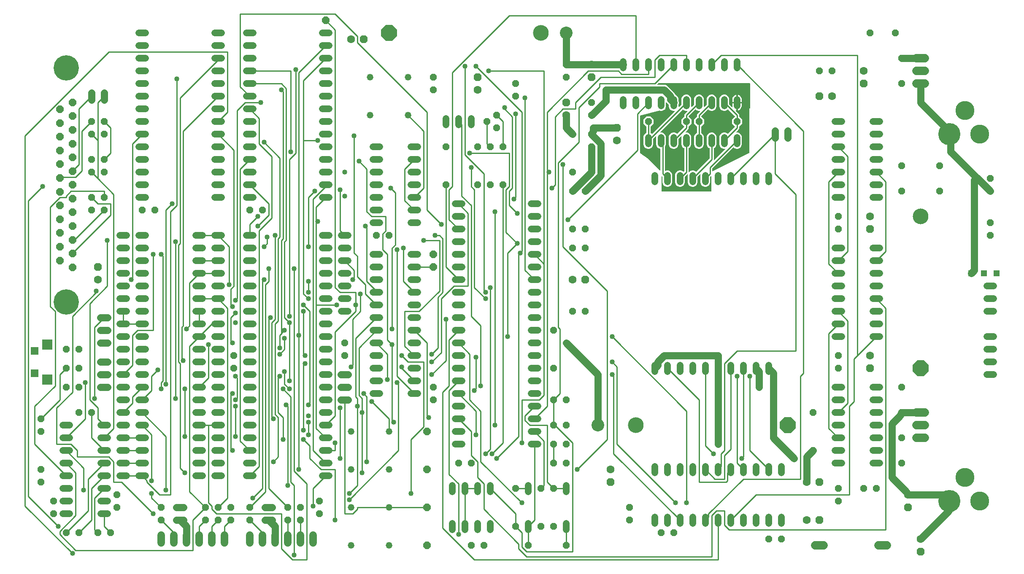
<source format=gtl>
G04 EAGLE Gerber RS-274X export*
G75*
%MOMM*%
%FSLAX34Y34*%
%LPD*%
%INTop Copper*%
%IPPOS*%
%AMOC8*
5,1,8,0,0,1.08239X$1,22.5*%
G01*
%ADD10C,1.676400*%
%ADD11P,1.732040X8X292.500000*%
%ADD12C,1.600200*%
%ADD13P,1.429621X8X292.500000*%
%ADD14P,1.429621X8X202.500000*%
%ADD15C,1.320800*%
%ADD16P,1.429621X8X112.500000*%
%ADD17P,1.429621X8X22.500000*%
%ADD18C,1.422400*%
%ADD19P,1.539592X8X22.500000*%
%ADD20P,1.539592X8X202.500000*%
%ADD21C,3.149600*%
%ADD22P,3.409096X8X22.500000*%
%ADD23P,3.409096X8X292.500000*%
%ADD24P,1.732040X8X202.500000*%
%ADD25P,1.732040X8X22.500000*%
%ADD26P,1.732040X8X112.500000*%
%ADD27C,1.320800*%
%ADD28C,1.524000*%
%ADD29R,1.524000X1.524000*%
%ADD30R,2.095500X2.095500*%
%ADD31C,4.445000*%
%ADD32C,3.810000*%
%ADD33C,2.540000*%
%ADD34P,1.649562X8X112.500000*%
%ADD35C,5.080000*%
%ADD36P,3.409096X8X202.500000*%
%ADD37P,1.649562X8X22.500000*%
%ADD38R,1.308000X1.308000*%
%ADD39C,1.117600*%
%ADD40C,1.016000*%
%ADD41C,0.254000*%

G36*
X1338690Y787667D02*
X1338690Y787667D01*
X1338761Y787672D01*
X1338809Y787692D01*
X1338860Y787704D01*
X1338921Y787740D01*
X1338987Y787768D01*
X1339043Y787813D01*
X1339071Y787830D01*
X1339086Y787848D01*
X1339118Y787873D01*
X1340732Y789487D01*
X1344280Y790957D01*
X1348120Y790957D01*
X1351668Y789487D01*
X1352735Y788420D01*
X1352752Y788408D01*
X1352764Y788392D01*
X1352851Y788336D01*
X1352935Y788276D01*
X1352954Y788270D01*
X1352971Y788259D01*
X1353071Y788234D01*
X1353170Y788204D01*
X1353190Y788204D01*
X1353209Y788199D01*
X1353312Y788207D01*
X1353416Y788210D01*
X1353435Y788217D01*
X1353455Y788218D01*
X1353550Y788259D01*
X1353647Y788294D01*
X1353663Y788307D01*
X1353681Y788315D01*
X1353812Y788420D01*
X1379758Y814366D01*
X1379811Y814440D01*
X1379871Y814509D01*
X1379883Y814539D01*
X1379902Y814566D01*
X1379929Y814653D01*
X1379963Y814737D01*
X1379967Y814778D01*
X1379974Y814801D01*
X1379973Y814833D01*
X1379981Y814904D01*
X1379981Y835128D01*
X1379962Y835243D01*
X1379945Y835359D01*
X1379943Y835365D01*
X1379942Y835371D01*
X1379887Y835473D01*
X1379834Y835578D01*
X1379829Y835583D01*
X1379826Y835588D01*
X1379742Y835668D01*
X1379658Y835751D01*
X1379652Y835754D01*
X1379648Y835758D01*
X1379631Y835766D01*
X1379511Y835832D01*
X1378832Y836113D01*
X1376117Y838828D01*
X1374647Y842376D01*
X1374647Y859424D01*
X1376117Y862972D01*
X1378832Y865687D01*
X1382380Y867157D01*
X1386220Y867157D01*
X1389768Y865687D01*
X1392483Y862972D01*
X1393953Y859424D01*
X1393953Y842376D01*
X1392483Y838828D01*
X1389768Y836113D01*
X1389089Y835832D01*
X1388989Y835770D01*
X1388889Y835710D01*
X1388885Y835705D01*
X1388880Y835702D01*
X1388805Y835611D01*
X1388729Y835523D01*
X1388727Y835517D01*
X1388723Y835512D01*
X1388681Y835403D01*
X1388637Y835295D01*
X1388636Y835287D01*
X1388635Y835283D01*
X1388634Y835265D01*
X1388619Y835128D01*
X1388619Y812364D01*
X1388630Y812293D01*
X1388632Y812222D01*
X1388650Y812173D01*
X1388658Y812121D01*
X1388692Y812058D01*
X1388717Y811991D01*
X1388749Y811950D01*
X1388774Y811904D01*
X1388825Y811855D01*
X1388870Y811799D01*
X1388914Y811770D01*
X1388952Y811735D01*
X1389017Y811704D01*
X1389077Y811666D01*
X1389128Y811653D01*
X1389175Y811631D01*
X1389246Y811623D01*
X1389316Y811606D01*
X1389368Y811610D01*
X1389419Y811604D01*
X1389490Y811619D01*
X1389561Y811625D01*
X1389609Y811645D01*
X1389660Y811656D01*
X1389721Y811693D01*
X1389787Y811721D01*
X1389843Y811766D01*
X1389871Y811782D01*
X1389886Y811800D01*
X1389918Y811826D01*
X1411436Y833344D01*
X1411478Y833402D01*
X1411527Y833454D01*
X1411549Y833501D01*
X1411580Y833543D01*
X1411601Y833612D01*
X1411631Y833677D01*
X1411637Y833729D01*
X1411652Y833779D01*
X1411650Y833850D01*
X1411658Y833921D01*
X1411647Y833972D01*
X1411646Y834024D01*
X1411621Y834092D01*
X1411606Y834162D01*
X1411579Y834206D01*
X1411561Y834255D01*
X1411516Y834311D01*
X1411480Y834373D01*
X1411440Y834407D01*
X1411408Y834447D01*
X1411347Y834486D01*
X1411293Y834533D01*
X1411244Y834552D01*
X1411201Y834580D01*
X1411131Y834598D01*
X1411065Y834625D01*
X1410993Y834633D01*
X1410962Y834641D01*
X1410939Y834639D01*
X1410898Y834643D01*
X1407780Y834643D01*
X1404232Y836113D01*
X1401517Y838828D01*
X1400047Y842376D01*
X1400047Y859424D01*
X1401517Y862972D01*
X1404232Y865687D01*
X1407780Y867157D01*
X1411620Y867157D01*
X1415168Y865687D01*
X1416235Y864620D01*
X1416252Y864608D01*
X1416264Y864592D01*
X1416351Y864536D01*
X1416435Y864476D01*
X1416454Y864470D01*
X1416471Y864459D01*
X1416571Y864434D01*
X1416670Y864404D01*
X1416690Y864404D01*
X1416709Y864399D01*
X1416812Y864407D01*
X1416916Y864410D01*
X1416935Y864417D01*
X1416955Y864418D01*
X1417050Y864459D01*
X1417147Y864494D01*
X1417163Y864507D01*
X1417181Y864515D01*
X1417312Y864620D01*
X1430558Y877866D01*
X1430611Y877940D01*
X1430671Y878009D01*
X1430683Y878039D01*
X1430702Y878066D01*
X1430729Y878153D01*
X1430763Y878237D01*
X1430767Y878278D01*
X1430774Y878301D01*
X1430773Y878333D01*
X1430781Y878404D01*
X1430781Y878634D01*
X1430767Y878724D01*
X1430759Y878815D01*
X1430747Y878845D01*
X1430742Y878877D01*
X1430699Y878957D01*
X1430663Y879041D01*
X1430637Y879073D01*
X1430626Y879094D01*
X1430603Y879116D01*
X1430558Y879172D01*
X1424939Y884791D01*
X1424939Y893209D01*
X1430558Y898828D01*
X1430611Y898902D01*
X1430671Y898971D01*
X1430683Y899001D01*
X1430702Y899027D01*
X1430729Y899114D01*
X1430763Y899199D01*
X1430767Y899240D01*
X1430774Y899263D01*
X1430773Y899295D01*
X1430781Y899366D01*
X1430781Y899596D01*
X1430767Y899686D01*
X1430759Y899777D01*
X1430747Y899807D01*
X1430742Y899839D01*
X1430699Y899919D01*
X1430663Y900003D01*
X1430637Y900035D01*
X1430626Y900056D01*
X1430603Y900078D01*
X1430558Y900134D01*
X1417312Y913380D01*
X1417296Y913392D01*
X1417283Y913408D01*
X1417196Y913464D01*
X1417112Y913524D01*
X1417093Y913530D01*
X1417076Y913541D01*
X1416976Y913566D01*
X1416877Y913596D01*
X1416857Y913596D01*
X1416838Y913601D01*
X1416735Y913593D01*
X1416631Y913590D01*
X1416613Y913583D01*
X1416593Y913582D01*
X1416498Y913541D01*
X1416400Y913506D01*
X1416385Y913493D01*
X1416366Y913485D01*
X1416235Y913380D01*
X1415168Y912313D01*
X1411620Y910843D01*
X1407780Y910843D01*
X1404232Y912313D01*
X1401517Y915028D01*
X1400047Y918576D01*
X1400047Y935624D01*
X1401517Y939172D01*
X1404232Y941887D01*
X1407780Y943357D01*
X1411620Y943357D01*
X1415168Y941887D01*
X1417883Y939172D01*
X1419353Y935624D01*
X1419353Y923870D01*
X1419367Y923780D01*
X1419375Y923689D01*
X1419387Y923659D01*
X1419392Y923627D01*
X1419435Y923547D01*
X1419471Y923463D01*
X1419497Y923431D01*
X1419508Y923410D01*
X1419531Y923388D01*
X1419576Y923332D01*
X1424837Y918071D01*
X1424856Y918057D01*
X1424870Y918039D01*
X1424955Y917986D01*
X1425037Y917927D01*
X1425059Y917920D01*
X1425078Y917908D01*
X1425176Y917884D01*
X1425272Y917855D01*
X1425295Y917855D01*
X1425317Y917850D01*
X1425417Y917858D01*
X1425518Y917861D01*
X1425539Y917869D01*
X1425562Y917871D01*
X1425654Y917911D01*
X1425749Y917945D01*
X1425767Y917960D01*
X1425788Y917969D01*
X1425862Y918036D01*
X1425941Y918099D01*
X1425953Y918119D01*
X1425970Y918134D01*
X1426019Y918222D01*
X1426074Y918306D01*
X1426079Y918328D01*
X1426091Y918349D01*
X1426109Y918447D01*
X1426134Y918545D01*
X1426132Y918568D01*
X1426136Y918590D01*
X1426122Y918757D01*
X1425955Y919595D01*
X1425955Y925577D01*
X1433577Y925577D01*
X1433577Y911475D01*
X1433361Y911518D01*
X1433338Y911519D01*
X1433316Y911526D01*
X1433216Y911523D01*
X1433116Y911526D01*
X1433094Y911520D01*
X1433070Y911519D01*
X1432976Y911485D01*
X1432880Y911456D01*
X1432861Y911443D01*
X1432839Y911435D01*
X1432761Y911372D01*
X1432679Y911314D01*
X1432665Y911295D01*
X1432647Y911281D01*
X1432593Y911197D01*
X1432534Y911115D01*
X1432527Y911094D01*
X1432514Y911074D01*
X1432490Y910977D01*
X1432460Y910881D01*
X1432460Y910858D01*
X1432454Y910836D01*
X1432462Y910735D01*
X1432464Y910635D01*
X1432472Y910613D01*
X1432473Y910590D01*
X1432513Y910498D01*
X1432546Y910403D01*
X1432561Y910385D01*
X1432570Y910364D01*
X1432675Y910233D01*
X1439419Y903489D01*
X1439419Y899366D01*
X1439433Y899276D01*
X1439441Y899185D01*
X1439453Y899155D01*
X1439458Y899123D01*
X1439501Y899043D01*
X1439537Y898959D01*
X1439563Y898927D01*
X1439574Y898906D01*
X1439597Y898884D01*
X1439642Y898828D01*
X1445261Y893209D01*
X1445261Y884791D01*
X1439642Y879172D01*
X1439589Y879098D01*
X1439529Y879029D01*
X1439517Y878999D01*
X1439498Y878973D01*
X1439471Y878886D01*
X1439437Y878801D01*
X1439433Y878760D01*
X1439426Y878737D01*
X1439427Y878705D01*
X1439419Y878634D01*
X1439419Y874511D01*
X1436666Y871758D01*
X1433364Y868456D01*
X1433322Y868398D01*
X1433273Y868346D01*
X1433251Y868299D01*
X1433220Y868257D01*
X1433199Y868188D01*
X1433169Y868123D01*
X1433163Y868071D01*
X1433148Y868021D01*
X1433150Y867950D01*
X1433142Y867879D01*
X1433153Y867828D01*
X1433154Y867776D01*
X1433179Y867708D01*
X1433194Y867638D01*
X1433221Y867593D01*
X1433239Y867545D01*
X1433284Y867489D01*
X1433320Y867427D01*
X1433360Y867393D01*
X1433392Y867353D01*
X1433453Y867314D01*
X1433507Y867267D01*
X1433556Y867248D01*
X1433599Y867220D01*
X1433669Y867202D01*
X1433735Y867175D01*
X1433807Y867167D01*
X1433838Y867159D01*
X1433861Y867161D01*
X1433902Y867157D01*
X1437020Y867157D01*
X1440568Y865687D01*
X1443283Y862972D01*
X1444753Y859424D01*
X1444753Y842376D01*
X1443283Y838828D01*
X1440568Y836113D01*
X1437020Y834643D01*
X1433180Y834643D01*
X1429632Y836113D01*
X1428565Y837180D01*
X1428548Y837192D01*
X1428536Y837208D01*
X1428449Y837264D01*
X1428365Y837324D01*
X1428346Y837330D01*
X1428329Y837341D01*
X1428229Y837366D01*
X1428130Y837396D01*
X1428110Y837396D01*
X1428091Y837401D01*
X1427988Y837393D01*
X1427884Y837390D01*
X1427865Y837383D01*
X1427845Y837382D01*
X1427750Y837341D01*
X1427653Y837306D01*
X1427637Y837293D01*
X1427619Y837285D01*
X1427488Y837180D01*
X1385667Y795359D01*
X1385614Y795285D01*
X1385554Y795216D01*
X1385542Y795186D01*
X1385523Y795159D01*
X1385496Y795072D01*
X1385462Y794988D01*
X1385458Y794947D01*
X1385451Y794924D01*
X1385452Y794892D01*
X1385444Y794821D01*
X1385444Y790056D01*
X1385455Y789985D01*
X1385458Y789912D01*
X1385475Y789864D01*
X1385483Y789814D01*
X1385517Y789749D01*
X1385543Y789681D01*
X1385575Y789641D01*
X1385599Y789596D01*
X1385651Y789546D01*
X1385697Y789489D01*
X1385740Y789462D01*
X1385777Y789427D01*
X1385843Y789396D01*
X1385904Y789357D01*
X1385954Y789345D01*
X1386000Y789323D01*
X1386072Y789315D01*
X1386143Y789298D01*
X1386194Y789302D01*
X1386244Y789296D01*
X1386316Y789312D01*
X1386388Y789317D01*
X1386453Y789342D01*
X1386485Y789348D01*
X1386505Y789361D01*
X1386545Y789375D01*
X1459316Y825761D01*
X1459389Y825814D01*
X1459467Y825860D01*
X1459489Y825885D01*
X1459516Y825905D01*
X1459568Y825978D01*
X1459627Y826047D01*
X1459639Y826078D01*
X1459659Y826105D01*
X1459685Y826191D01*
X1459719Y826275D01*
X1459723Y826318D01*
X1459730Y826340D01*
X1459730Y826372D01*
X1459737Y826442D01*
X1459737Y914716D01*
X1460184Y915163D01*
X1460500Y915163D01*
X1460520Y915166D01*
X1460539Y915164D01*
X1460641Y915186D01*
X1460743Y915202D01*
X1460760Y915212D01*
X1460780Y915216D01*
X1460869Y915269D01*
X1460960Y915318D01*
X1460974Y915332D01*
X1460991Y915342D01*
X1461058Y915421D01*
X1461130Y915496D01*
X1461138Y915514D01*
X1461151Y915529D01*
X1461190Y915625D01*
X1461233Y915719D01*
X1461235Y915739D01*
X1461243Y915757D01*
X1461261Y915924D01*
X1461261Y965200D01*
X1461258Y965220D01*
X1461260Y965239D01*
X1461238Y965341D01*
X1461222Y965443D01*
X1461212Y965460D01*
X1461208Y965480D01*
X1461155Y965569D01*
X1461106Y965660D01*
X1461092Y965674D01*
X1461082Y965691D01*
X1461003Y965758D01*
X1460928Y965830D01*
X1460910Y965838D01*
X1460895Y965851D01*
X1460799Y965890D01*
X1460705Y965933D01*
X1460685Y965935D01*
X1460667Y965943D01*
X1460500Y965961D01*
X1277184Y965961D01*
X1277094Y965947D01*
X1277003Y965939D01*
X1276973Y965927D01*
X1276941Y965922D01*
X1276861Y965879D01*
X1276777Y965843D01*
X1276745Y965817D01*
X1276724Y965806D01*
X1276702Y965783D01*
X1276646Y965738D01*
X1274868Y963960D01*
X1274826Y963902D01*
X1274777Y963850D01*
X1274755Y963803D01*
X1274724Y963761D01*
X1274703Y963692D01*
X1274673Y963627D01*
X1274667Y963575D01*
X1274652Y963525D01*
X1274654Y963454D01*
X1274646Y963383D01*
X1274657Y963332D01*
X1274658Y963280D01*
X1274683Y963212D01*
X1274698Y963142D01*
X1274725Y963098D01*
X1274743Y963049D01*
X1274788Y962993D01*
X1274824Y962931D01*
X1274864Y962897D01*
X1274896Y962857D01*
X1274957Y962818D01*
X1275011Y962771D01*
X1275060Y962752D01*
X1275103Y962724D01*
X1275173Y962706D01*
X1275239Y962679D01*
X1275311Y962671D01*
X1275342Y962663D01*
X1275365Y962665D01*
X1275406Y962661D01*
X1291071Y962661D01*
X1294806Y961114D01*
X1310364Y945556D01*
X1311414Y943021D01*
X1311462Y942943D01*
X1311503Y942862D01*
X1311526Y942839D01*
X1311543Y942812D01*
X1311614Y942754D01*
X1311679Y942690D01*
X1311715Y942670D01*
X1311733Y942655D01*
X1311763Y942643D01*
X1311826Y942609D01*
X1313568Y941887D01*
X1316283Y939172D01*
X1317753Y935624D01*
X1317753Y930499D01*
X1317763Y930438D01*
X1317763Y930437D01*
X1317763Y930434D01*
X1317764Y930369D01*
X1317787Y930289D01*
X1317792Y930256D01*
X1317802Y930239D01*
X1317811Y930208D01*
X1318261Y929121D01*
X1318261Y925079D01*
X1317811Y923992D01*
X1317796Y923929D01*
X1317771Y923868D01*
X1317762Y923785D01*
X1317755Y923753D01*
X1317756Y923734D01*
X1317753Y923701D01*
X1317753Y919298D01*
X1317764Y919227D01*
X1317766Y919156D01*
X1317784Y919107D01*
X1317792Y919055D01*
X1317826Y918992D01*
X1317851Y918925D01*
X1317883Y918884D01*
X1317908Y918838D01*
X1317959Y918789D01*
X1318004Y918733D01*
X1318048Y918704D01*
X1318086Y918669D01*
X1318151Y918638D01*
X1318211Y918600D01*
X1318262Y918587D01*
X1318309Y918565D01*
X1318380Y918557D01*
X1318450Y918540D01*
X1318502Y918544D01*
X1318553Y918538D01*
X1318624Y918553D01*
X1318695Y918559D01*
X1318743Y918579D01*
X1318794Y918590D01*
X1318855Y918627D01*
X1318921Y918655D01*
X1318977Y918700D01*
X1319005Y918716D01*
X1319020Y918734D01*
X1319052Y918760D01*
X1323624Y923332D01*
X1323677Y923406D01*
X1323737Y923475D01*
X1323749Y923505D01*
X1323768Y923532D01*
X1323795Y923619D01*
X1323829Y923703D01*
X1323833Y923744D01*
X1323840Y923767D01*
X1323839Y923799D01*
X1323847Y923870D01*
X1323847Y935624D01*
X1325317Y939172D01*
X1328032Y941887D01*
X1331580Y943357D01*
X1335420Y943357D01*
X1338968Y941887D01*
X1341683Y939172D01*
X1343153Y935624D01*
X1343153Y919298D01*
X1343164Y919227D01*
X1343166Y919156D01*
X1343184Y919107D01*
X1343192Y919055D01*
X1343226Y918992D01*
X1343251Y918925D01*
X1343283Y918884D01*
X1343308Y918838D01*
X1343359Y918789D01*
X1343404Y918733D01*
X1343448Y918704D01*
X1343486Y918669D01*
X1343551Y918638D01*
X1343611Y918600D01*
X1343662Y918587D01*
X1343709Y918565D01*
X1343780Y918557D01*
X1343850Y918540D01*
X1343902Y918544D01*
X1343953Y918538D01*
X1344024Y918553D01*
X1344095Y918559D01*
X1344143Y918579D01*
X1344194Y918590D01*
X1344255Y918627D01*
X1344321Y918655D01*
X1344377Y918700D01*
X1344405Y918716D01*
X1344420Y918734D01*
X1344452Y918760D01*
X1349024Y923332D01*
X1349077Y923406D01*
X1349137Y923475D01*
X1349149Y923505D01*
X1349168Y923532D01*
X1349195Y923619D01*
X1349229Y923703D01*
X1349233Y923744D01*
X1349240Y923767D01*
X1349239Y923799D01*
X1349247Y923870D01*
X1349247Y935624D01*
X1350717Y939172D01*
X1353432Y941887D01*
X1356980Y943357D01*
X1360820Y943357D01*
X1364368Y941887D01*
X1367083Y939172D01*
X1368553Y935624D01*
X1368553Y919298D01*
X1368564Y919227D01*
X1368566Y919156D01*
X1368584Y919107D01*
X1368592Y919055D01*
X1368626Y918992D01*
X1368651Y918925D01*
X1368683Y918884D01*
X1368708Y918838D01*
X1368759Y918789D01*
X1368804Y918733D01*
X1368848Y918704D01*
X1368886Y918669D01*
X1368951Y918638D01*
X1369011Y918600D01*
X1369062Y918587D01*
X1369109Y918565D01*
X1369180Y918557D01*
X1369250Y918540D01*
X1369302Y918544D01*
X1369353Y918538D01*
X1369424Y918553D01*
X1369495Y918559D01*
X1369543Y918579D01*
X1369594Y918590D01*
X1369655Y918627D01*
X1369721Y918655D01*
X1369777Y918700D01*
X1369805Y918716D01*
X1369820Y918734D01*
X1369852Y918760D01*
X1374424Y923332D01*
X1374477Y923406D01*
X1374537Y923475D01*
X1374549Y923505D01*
X1374568Y923532D01*
X1374595Y923619D01*
X1374629Y923703D01*
X1374633Y923744D01*
X1374640Y923767D01*
X1374639Y923799D01*
X1374647Y923870D01*
X1374647Y935624D01*
X1376117Y939172D01*
X1378832Y941887D01*
X1382380Y943357D01*
X1386220Y943357D01*
X1389768Y941887D01*
X1392483Y939172D01*
X1393953Y935624D01*
X1393953Y918576D01*
X1392483Y915028D01*
X1389768Y912313D01*
X1386220Y910843D01*
X1382380Y910843D01*
X1378832Y912313D01*
X1377765Y913380D01*
X1377748Y913392D01*
X1377736Y913408D01*
X1377649Y913464D01*
X1377565Y913524D01*
X1377546Y913530D01*
X1377529Y913541D01*
X1377429Y913566D01*
X1377330Y913596D01*
X1377310Y913596D01*
X1377291Y913601D01*
X1377188Y913593D01*
X1377084Y913590D01*
X1377065Y913583D01*
X1377045Y913582D01*
X1376950Y913541D01*
X1376853Y913506D01*
X1376837Y913493D01*
X1376819Y913485D01*
X1376688Y913380D01*
X1363442Y900134D01*
X1363389Y900060D01*
X1363329Y899991D01*
X1363317Y899961D01*
X1363298Y899934D01*
X1363271Y899847D01*
X1363237Y899763D01*
X1363233Y899722D01*
X1363226Y899699D01*
X1363227Y899667D01*
X1363219Y899596D01*
X1363219Y899366D01*
X1363233Y899276D01*
X1363241Y899185D01*
X1363253Y899155D01*
X1363258Y899123D01*
X1363301Y899043D01*
X1363337Y898959D01*
X1363363Y898927D01*
X1363374Y898906D01*
X1363397Y898884D01*
X1363442Y898828D01*
X1369061Y893209D01*
X1369061Y884791D01*
X1363442Y879172D01*
X1363389Y879098D01*
X1363329Y879029D01*
X1363317Y878999D01*
X1363298Y878973D01*
X1363271Y878886D01*
X1363237Y878801D01*
X1363233Y878760D01*
X1363226Y878737D01*
X1363227Y878705D01*
X1363219Y878634D01*
X1363219Y866672D01*
X1363238Y866557D01*
X1363255Y866441D01*
X1363257Y866435D01*
X1363258Y866429D01*
X1363313Y866327D01*
X1363366Y866222D01*
X1363371Y866217D01*
X1363374Y866212D01*
X1363458Y866132D01*
X1363542Y866049D01*
X1363548Y866046D01*
X1363552Y866042D01*
X1363569Y866034D01*
X1363689Y865968D01*
X1364368Y865687D01*
X1367083Y862972D01*
X1368553Y859424D01*
X1368553Y842376D01*
X1367083Y838828D01*
X1364368Y836113D01*
X1360820Y834643D01*
X1356980Y834643D01*
X1353432Y836113D01*
X1350717Y838828D01*
X1349247Y842376D01*
X1349247Y859424D01*
X1350717Y862972D01*
X1353432Y865687D01*
X1354111Y865968D01*
X1354211Y866030D01*
X1354311Y866090D01*
X1354315Y866095D01*
X1354320Y866098D01*
X1354395Y866189D01*
X1354471Y866277D01*
X1354473Y866283D01*
X1354477Y866288D01*
X1354519Y866396D01*
X1354563Y866505D01*
X1354564Y866513D01*
X1354565Y866517D01*
X1354566Y866535D01*
X1354581Y866672D01*
X1354581Y878634D01*
X1354567Y878724D01*
X1354559Y878815D01*
X1354547Y878845D01*
X1354542Y878877D01*
X1354499Y878957D01*
X1354463Y879041D01*
X1354437Y879073D01*
X1354426Y879094D01*
X1354403Y879116D01*
X1354358Y879172D01*
X1348739Y884791D01*
X1348739Y893209D01*
X1354358Y898828D01*
X1354411Y898902D01*
X1354471Y898971D01*
X1354483Y899001D01*
X1354502Y899027D01*
X1354529Y899114D01*
X1354563Y899199D01*
X1354567Y899240D01*
X1354574Y899263D01*
X1354573Y899295D01*
X1354581Y899366D01*
X1354581Y903489D01*
X1357334Y906242D01*
X1360636Y909544D01*
X1360678Y909602D01*
X1360727Y909654D01*
X1360749Y909701D01*
X1360780Y909743D01*
X1360801Y909812D01*
X1360831Y909877D01*
X1360837Y909929D01*
X1360852Y909979D01*
X1360850Y910050D01*
X1360858Y910121D01*
X1360847Y910172D01*
X1360846Y910224D01*
X1360821Y910292D01*
X1360806Y910362D01*
X1360779Y910407D01*
X1360761Y910455D01*
X1360716Y910511D01*
X1360680Y910573D01*
X1360640Y910607D01*
X1360608Y910647D01*
X1360547Y910686D01*
X1360493Y910733D01*
X1360444Y910752D01*
X1360401Y910780D01*
X1360331Y910798D01*
X1360265Y910825D01*
X1360193Y910833D01*
X1360162Y910841D01*
X1360139Y910839D01*
X1360098Y910843D01*
X1356980Y910843D01*
X1353432Y912313D01*
X1352365Y913380D01*
X1352348Y913392D01*
X1352336Y913408D01*
X1352249Y913464D01*
X1352165Y913524D01*
X1352146Y913530D01*
X1352129Y913541D01*
X1352029Y913566D01*
X1351930Y913596D01*
X1351910Y913596D01*
X1351891Y913601D01*
X1351788Y913593D01*
X1351684Y913590D01*
X1351665Y913583D01*
X1351645Y913582D01*
X1351550Y913541D01*
X1351453Y913506D01*
X1351437Y913493D01*
X1351419Y913485D01*
X1351288Y913380D01*
X1338042Y900134D01*
X1337989Y900060D01*
X1337929Y899991D01*
X1337917Y899961D01*
X1337898Y899934D01*
X1337871Y899847D01*
X1337837Y899763D01*
X1337833Y899722D01*
X1337826Y899699D01*
X1337827Y899667D01*
X1337819Y899596D01*
X1337819Y899366D01*
X1337833Y899276D01*
X1337841Y899185D01*
X1337853Y899155D01*
X1337858Y899123D01*
X1337901Y899043D01*
X1337937Y898959D01*
X1337963Y898927D01*
X1337974Y898906D01*
X1337997Y898884D01*
X1338042Y898828D01*
X1343661Y893209D01*
X1343661Y884791D01*
X1338042Y879172D01*
X1337989Y879098D01*
X1337929Y879029D01*
X1337917Y878999D01*
X1337898Y878973D01*
X1337871Y878886D01*
X1337837Y878801D01*
X1337833Y878760D01*
X1337826Y878737D01*
X1337827Y878705D01*
X1337819Y878634D01*
X1337819Y874511D01*
X1335066Y871758D01*
X1331764Y868456D01*
X1331722Y868398D01*
X1331673Y868346D01*
X1331651Y868299D01*
X1331620Y868257D01*
X1331599Y868188D01*
X1331569Y868123D01*
X1331563Y868071D01*
X1331548Y868021D01*
X1331550Y867950D01*
X1331542Y867879D01*
X1331553Y867828D01*
X1331554Y867776D01*
X1331579Y867708D01*
X1331594Y867638D01*
X1331621Y867593D01*
X1331639Y867545D01*
X1331684Y867489D01*
X1331720Y867427D01*
X1331760Y867393D01*
X1331792Y867353D01*
X1331853Y867314D01*
X1331907Y867267D01*
X1331956Y867248D01*
X1331999Y867220D01*
X1332069Y867202D01*
X1332135Y867175D01*
X1332207Y867167D01*
X1332238Y867159D01*
X1332261Y867161D01*
X1332302Y867157D01*
X1335420Y867157D01*
X1338968Y865687D01*
X1341683Y862972D01*
X1343153Y859424D01*
X1343153Y842376D01*
X1341683Y838828D01*
X1338968Y836113D01*
X1338289Y835832D01*
X1338189Y835770D01*
X1338089Y835710D01*
X1338085Y835705D01*
X1338080Y835702D01*
X1338005Y835611D01*
X1337929Y835523D01*
X1337927Y835517D01*
X1337923Y835512D01*
X1337881Y835403D01*
X1337837Y835295D01*
X1337836Y835287D01*
X1337835Y835283D01*
X1337834Y835265D01*
X1337819Y835128D01*
X1337819Y788412D01*
X1337830Y788341D01*
X1337832Y788269D01*
X1337850Y788220D01*
X1337858Y788169D01*
X1337892Y788105D01*
X1337917Y788038D01*
X1337949Y787997D01*
X1337974Y787951D01*
X1338026Y787902D01*
X1338070Y787846D01*
X1338114Y787818D01*
X1338152Y787782D01*
X1338217Y787752D01*
X1338277Y787713D01*
X1338328Y787700D01*
X1338375Y787678D01*
X1338446Y787671D01*
X1338516Y787653D01*
X1338568Y787657D01*
X1338619Y787651D01*
X1338690Y787667D01*
G37*
G36*
X1382796Y748542D02*
X1382796Y748542D01*
X1382815Y748540D01*
X1382917Y748562D01*
X1383019Y748579D01*
X1383036Y748588D01*
X1383056Y748592D01*
X1383145Y748645D01*
X1383236Y748694D01*
X1383250Y748708D01*
X1383267Y748718D01*
X1383334Y748797D01*
X1383406Y748872D01*
X1383414Y748890D01*
X1383427Y748905D01*
X1383466Y749001D01*
X1383509Y749095D01*
X1383511Y749115D01*
X1383519Y749133D01*
X1383537Y749300D01*
X1383537Y778692D01*
X1383526Y778763D01*
X1383524Y778834D01*
X1383506Y778883D01*
X1383498Y778935D01*
X1383464Y778998D01*
X1383439Y779065D01*
X1383407Y779106D01*
X1383382Y779152D01*
X1383331Y779201D01*
X1383286Y779257D01*
X1383242Y779286D01*
X1383204Y779321D01*
X1383139Y779352D01*
X1383079Y779390D01*
X1383028Y779403D01*
X1382981Y779425D01*
X1382910Y779433D01*
X1382840Y779450D01*
X1382788Y779446D01*
X1382737Y779452D01*
X1382666Y779437D01*
X1382595Y779431D01*
X1382547Y779411D01*
X1382496Y779400D01*
X1382435Y779363D01*
X1382369Y779335D01*
X1382313Y779290D01*
X1382285Y779274D01*
X1382270Y779256D01*
X1382238Y779230D01*
X1381476Y778468D01*
X1381423Y778394D01*
X1381363Y778325D01*
X1381351Y778295D01*
X1381332Y778268D01*
X1381305Y778181D01*
X1381271Y778097D01*
X1381267Y778056D01*
X1381260Y778033D01*
X1381261Y778001D01*
X1381253Y777930D01*
X1381253Y766176D01*
X1379783Y762628D01*
X1377068Y759913D01*
X1373520Y758443D01*
X1369680Y758443D01*
X1366132Y759913D01*
X1363417Y762628D01*
X1361947Y766176D01*
X1361947Y782502D01*
X1361936Y782573D01*
X1361934Y782644D01*
X1361916Y782693D01*
X1361908Y782745D01*
X1361874Y782808D01*
X1361849Y782875D01*
X1361817Y782916D01*
X1361792Y782962D01*
X1361741Y783011D01*
X1361696Y783067D01*
X1361652Y783096D01*
X1361614Y783131D01*
X1361549Y783162D01*
X1361489Y783200D01*
X1361438Y783213D01*
X1361391Y783235D01*
X1361320Y783243D01*
X1361250Y783260D01*
X1361198Y783256D01*
X1361147Y783262D01*
X1361076Y783247D01*
X1361005Y783241D01*
X1360957Y783221D01*
X1360906Y783210D01*
X1360845Y783173D01*
X1360779Y783145D01*
X1360723Y783100D01*
X1360695Y783084D01*
X1360680Y783066D01*
X1360648Y783040D01*
X1356076Y778468D01*
X1356023Y778394D01*
X1355963Y778325D01*
X1355951Y778295D01*
X1355932Y778268D01*
X1355905Y778181D01*
X1355871Y778097D01*
X1355867Y778056D01*
X1355860Y778033D01*
X1355861Y778001D01*
X1355853Y777930D01*
X1355853Y766176D01*
X1354383Y762628D01*
X1351668Y759913D01*
X1348120Y758443D01*
X1344280Y758443D01*
X1340732Y759913D01*
X1338017Y762628D01*
X1336547Y766176D01*
X1336547Y782502D01*
X1336536Y782573D01*
X1336534Y782644D01*
X1336516Y782693D01*
X1336508Y782745D01*
X1336474Y782808D01*
X1336449Y782875D01*
X1336417Y782916D01*
X1336392Y782962D01*
X1336340Y783011D01*
X1336296Y783067D01*
X1336252Y783095D01*
X1336214Y783131D01*
X1336149Y783162D01*
X1336089Y783200D01*
X1336038Y783213D01*
X1335991Y783235D01*
X1335920Y783243D01*
X1335850Y783260D01*
X1335798Y783256D01*
X1335747Y783262D01*
X1335676Y783247D01*
X1335605Y783241D01*
X1335557Y783221D01*
X1335506Y783210D01*
X1335445Y783173D01*
X1335379Y783145D01*
X1335323Y783100D01*
X1335295Y783084D01*
X1335280Y783066D01*
X1335248Y783040D01*
X1335066Y782858D01*
X1330676Y778468D01*
X1330623Y778394D01*
X1330563Y778325D01*
X1330551Y778295D01*
X1330532Y778268D01*
X1330505Y778181D01*
X1330471Y778097D01*
X1330467Y778056D01*
X1330460Y778033D01*
X1330461Y778001D01*
X1330453Y777930D01*
X1330453Y766176D01*
X1328983Y762628D01*
X1326268Y759913D01*
X1322720Y758443D01*
X1318880Y758443D01*
X1315332Y759913D01*
X1312617Y762628D01*
X1311147Y766176D01*
X1311147Y783224D01*
X1312617Y786772D01*
X1315332Y789487D01*
X1318880Y790957D01*
X1322720Y790957D01*
X1326268Y789487D01*
X1327335Y788420D01*
X1327352Y788408D01*
X1327364Y788392D01*
X1327451Y788337D01*
X1327535Y788276D01*
X1327554Y788270D01*
X1327571Y788259D01*
X1327671Y788234D01*
X1327770Y788204D01*
X1327790Y788204D01*
X1327809Y788199D01*
X1327912Y788207D01*
X1328016Y788210D01*
X1328035Y788217D01*
X1328055Y788218D01*
X1328150Y788259D01*
X1328247Y788294D01*
X1328263Y788307D01*
X1328281Y788315D01*
X1328412Y788420D01*
X1328958Y788966D01*
X1329012Y789040D01*
X1329071Y789109D01*
X1329083Y789139D01*
X1329102Y789166D01*
X1329129Y789253D01*
X1329163Y789337D01*
X1329167Y789378D01*
X1329174Y789401D01*
X1329173Y789433D01*
X1329181Y789504D01*
X1329181Y835128D01*
X1329162Y835243D01*
X1329145Y835359D01*
X1329143Y835365D01*
X1329142Y835371D01*
X1329087Y835473D01*
X1329034Y835578D01*
X1329029Y835583D01*
X1329026Y835588D01*
X1328942Y835668D01*
X1328858Y835751D01*
X1328852Y835754D01*
X1328848Y835758D01*
X1328831Y835766D01*
X1328711Y835832D01*
X1328032Y836113D01*
X1325317Y838828D01*
X1323847Y842376D01*
X1323847Y858702D01*
X1323836Y858773D01*
X1323834Y858844D01*
X1323816Y858893D01*
X1323808Y858945D01*
X1323774Y859008D01*
X1323749Y859075D01*
X1323717Y859116D01*
X1323692Y859162D01*
X1323640Y859211D01*
X1323596Y859267D01*
X1323552Y859296D01*
X1323514Y859331D01*
X1323449Y859362D01*
X1323389Y859400D01*
X1323338Y859413D01*
X1323291Y859435D01*
X1323220Y859443D01*
X1323150Y859460D01*
X1323098Y859456D01*
X1323047Y859462D01*
X1322976Y859447D01*
X1322905Y859441D01*
X1322857Y859421D01*
X1322806Y859410D01*
X1322745Y859373D01*
X1322679Y859345D01*
X1322623Y859300D01*
X1322595Y859284D01*
X1322580Y859266D01*
X1322548Y859240D01*
X1317976Y854668D01*
X1317923Y854594D01*
X1317863Y854525D01*
X1317851Y854495D01*
X1317832Y854468D01*
X1317805Y854381D01*
X1317771Y854297D01*
X1317767Y854256D01*
X1317760Y854233D01*
X1317761Y854201D01*
X1317753Y854130D01*
X1317753Y842376D01*
X1316283Y838828D01*
X1313568Y836113D01*
X1310020Y834643D01*
X1306180Y834643D01*
X1302632Y836113D01*
X1299917Y838828D01*
X1298447Y842376D01*
X1298447Y859424D01*
X1299917Y862972D01*
X1302632Y865687D01*
X1306180Y867157D01*
X1310020Y867157D01*
X1313568Y865687D01*
X1314635Y864620D01*
X1314652Y864608D01*
X1314664Y864592D01*
X1314751Y864536D01*
X1314835Y864476D01*
X1314854Y864470D01*
X1314871Y864459D01*
X1314971Y864434D01*
X1315070Y864404D01*
X1315090Y864404D01*
X1315109Y864399D01*
X1315212Y864407D01*
X1315316Y864410D01*
X1315335Y864417D01*
X1315355Y864418D01*
X1315450Y864459D01*
X1315547Y864494D01*
X1315563Y864507D01*
X1315581Y864515D01*
X1315712Y864620D01*
X1328958Y877866D01*
X1329011Y877940D01*
X1329071Y878009D01*
X1329083Y878039D01*
X1329102Y878066D01*
X1329129Y878153D01*
X1329163Y878237D01*
X1329167Y878278D01*
X1329174Y878301D01*
X1329173Y878333D01*
X1329181Y878404D01*
X1329181Y878634D01*
X1329167Y878724D01*
X1329159Y878815D01*
X1329147Y878845D01*
X1329142Y878877D01*
X1329099Y878957D01*
X1329063Y879041D01*
X1329037Y879073D01*
X1329026Y879094D01*
X1329003Y879116D01*
X1328958Y879172D01*
X1323339Y884791D01*
X1323339Y893209D01*
X1328958Y898828D01*
X1329011Y898902D01*
X1329071Y898971D01*
X1329083Y899001D01*
X1329102Y899027D01*
X1329129Y899114D01*
X1329163Y899199D01*
X1329167Y899240D01*
X1329174Y899263D01*
X1329173Y899295D01*
X1329181Y899366D01*
X1329181Y903489D01*
X1331934Y906242D01*
X1335236Y909544D01*
X1335278Y909602D01*
X1335327Y909654D01*
X1335349Y909701D01*
X1335380Y909743D01*
X1335401Y909812D01*
X1335431Y909877D01*
X1335437Y909929D01*
X1335452Y909979D01*
X1335450Y910050D01*
X1335458Y910121D01*
X1335447Y910172D01*
X1335446Y910224D01*
X1335421Y910292D01*
X1335406Y910362D01*
X1335379Y910407D01*
X1335361Y910455D01*
X1335316Y910511D01*
X1335280Y910573D01*
X1335240Y910607D01*
X1335208Y910647D01*
X1335147Y910686D01*
X1335093Y910733D01*
X1335044Y910752D01*
X1335001Y910780D01*
X1334931Y910798D01*
X1334865Y910825D01*
X1334793Y910833D01*
X1334762Y910841D01*
X1334739Y910839D01*
X1334698Y910843D01*
X1331580Y910843D01*
X1328032Y912313D01*
X1326965Y913380D01*
X1326948Y913392D01*
X1326936Y913408D01*
X1326849Y913464D01*
X1326765Y913524D01*
X1326746Y913530D01*
X1326729Y913541D01*
X1326629Y913566D01*
X1326530Y913596D01*
X1326510Y913596D01*
X1326491Y913601D01*
X1326388Y913593D01*
X1326284Y913590D01*
X1326265Y913583D01*
X1326245Y913582D01*
X1326150Y913541D01*
X1326053Y913506D01*
X1326037Y913493D01*
X1326019Y913485D01*
X1325888Y913380D01*
X1280964Y868456D01*
X1280922Y868398D01*
X1280873Y868346D01*
X1280851Y868299D01*
X1280820Y868257D01*
X1280799Y868188D01*
X1280769Y868123D01*
X1280763Y868071D01*
X1280748Y868021D01*
X1280750Y867950D01*
X1280742Y867879D01*
X1280753Y867828D01*
X1280754Y867776D01*
X1280779Y867708D01*
X1280794Y867638D01*
X1280821Y867594D01*
X1280839Y867545D01*
X1280884Y867489D01*
X1280920Y867427D01*
X1280960Y867393D01*
X1280992Y867353D01*
X1281053Y867314D01*
X1281107Y867267D01*
X1281156Y867248D01*
X1281199Y867220D01*
X1281269Y867202D01*
X1281335Y867175D01*
X1281407Y867167D01*
X1281438Y867159D01*
X1281461Y867161D01*
X1281502Y867157D01*
X1284620Y867157D01*
X1288168Y865687D01*
X1290883Y862972D01*
X1292353Y859424D01*
X1292353Y842376D01*
X1290883Y838828D01*
X1290417Y838362D01*
X1290364Y838288D01*
X1290304Y838218D01*
X1290292Y838188D01*
X1290273Y838162D01*
X1290246Y838075D01*
X1290212Y837990D01*
X1290208Y837949D01*
X1290201Y837927D01*
X1290202Y837895D01*
X1290194Y837823D01*
X1290194Y790735D01*
X1290201Y790690D01*
X1290199Y790644D01*
X1290221Y790569D01*
X1290233Y790492D01*
X1290255Y790452D01*
X1290268Y790407D01*
X1290312Y790343D01*
X1290349Y790275D01*
X1290382Y790243D01*
X1290408Y790205D01*
X1290470Y790159D01*
X1290527Y790105D01*
X1290569Y790086D01*
X1290605Y790059D01*
X1290679Y790034D01*
X1290750Y790002D01*
X1290796Y789997D01*
X1290839Y789982D01*
X1290917Y789983D01*
X1290994Y789975D01*
X1291039Y789984D01*
X1291085Y789985D01*
X1291217Y790023D01*
X1291235Y790027D01*
X1291239Y790029D01*
X1291246Y790031D01*
X1293480Y790957D01*
X1297320Y790957D01*
X1300868Y789487D01*
X1303583Y786772D01*
X1305053Y783224D01*
X1305053Y766176D01*
X1303583Y762628D01*
X1300868Y759913D01*
X1297320Y758443D01*
X1293480Y758443D01*
X1289932Y759913D01*
X1287217Y762628D01*
X1285747Y766176D01*
X1285747Y777930D01*
X1285733Y778020D01*
X1285725Y778111D01*
X1285713Y778141D01*
X1285708Y778173D01*
X1285665Y778253D01*
X1285629Y778337D01*
X1285603Y778369D01*
X1285592Y778390D01*
X1285569Y778412D01*
X1285524Y778468D01*
X1284762Y779230D01*
X1284704Y779272D01*
X1284652Y779321D01*
X1284605Y779343D01*
X1284563Y779374D01*
X1284494Y779395D01*
X1284429Y779425D01*
X1284377Y779431D01*
X1284327Y779446D01*
X1284256Y779444D01*
X1284185Y779452D01*
X1284134Y779441D01*
X1284082Y779440D01*
X1284014Y779415D01*
X1283944Y779400D01*
X1283900Y779373D01*
X1283851Y779355D01*
X1283795Y779310D01*
X1283733Y779274D01*
X1283699Y779234D01*
X1283659Y779202D01*
X1283620Y779141D01*
X1283573Y779087D01*
X1283554Y779038D01*
X1283526Y778995D01*
X1283508Y778925D01*
X1283481Y778859D01*
X1283473Y778787D01*
X1283465Y778756D01*
X1283467Y778733D01*
X1283463Y778692D01*
X1283463Y749300D01*
X1283466Y749280D01*
X1283464Y749261D01*
X1283486Y749159D01*
X1283502Y749057D01*
X1283512Y749040D01*
X1283516Y749020D01*
X1283569Y748931D01*
X1283618Y748840D01*
X1283632Y748826D01*
X1283642Y748809D01*
X1283721Y748742D01*
X1283796Y748671D01*
X1283814Y748662D01*
X1283829Y748649D01*
X1283925Y748610D01*
X1284019Y748567D01*
X1284039Y748565D01*
X1284057Y748557D01*
X1284224Y748539D01*
X1382776Y748539D01*
X1382796Y748542D01*
G37*
G36*
X1280885Y790711D02*
X1280885Y790711D01*
X1280937Y790712D01*
X1281005Y790737D01*
X1281075Y790752D01*
X1281119Y790779D01*
X1281168Y790797D01*
X1281224Y790842D01*
X1281286Y790878D01*
X1281320Y790918D01*
X1281360Y790951D01*
X1281399Y791011D01*
X1281446Y791065D01*
X1281465Y791114D01*
X1281493Y791157D01*
X1281511Y791227D01*
X1281538Y791293D01*
X1281546Y791365D01*
X1281554Y791396D01*
X1281552Y791419D01*
X1281556Y791460D01*
X1281556Y833882D01*
X1281553Y833902D01*
X1281555Y833921D01*
X1281533Y834023D01*
X1281517Y834125D01*
X1281507Y834142D01*
X1281503Y834162D01*
X1281450Y834251D01*
X1281401Y834342D01*
X1281387Y834356D01*
X1281377Y834373D01*
X1281298Y834440D01*
X1281223Y834512D01*
X1281205Y834520D01*
X1281190Y834533D01*
X1281094Y834572D01*
X1281000Y834615D01*
X1280980Y834617D01*
X1280962Y834625D01*
X1280795Y834643D01*
X1280780Y834643D01*
X1277232Y836113D01*
X1274517Y838828D01*
X1273047Y842376D01*
X1273047Y858702D01*
X1273036Y858773D01*
X1273034Y858844D01*
X1273016Y858893D01*
X1273008Y858945D01*
X1272974Y859008D01*
X1272949Y859075D01*
X1272917Y859116D01*
X1272892Y859162D01*
X1272840Y859211D01*
X1272796Y859267D01*
X1272752Y859296D01*
X1272714Y859331D01*
X1272649Y859362D01*
X1272589Y859400D01*
X1272538Y859413D01*
X1272491Y859435D01*
X1272420Y859443D01*
X1272350Y859460D01*
X1272298Y859456D01*
X1272247Y859462D01*
X1272176Y859447D01*
X1272105Y859441D01*
X1272057Y859421D01*
X1272006Y859410D01*
X1271945Y859373D01*
X1271879Y859345D01*
X1271823Y859300D01*
X1271795Y859284D01*
X1271780Y859266D01*
X1271748Y859240D01*
X1267176Y854668D01*
X1267123Y854594D01*
X1267063Y854525D01*
X1267051Y854495D01*
X1267032Y854468D01*
X1267005Y854381D01*
X1266971Y854297D01*
X1266967Y854256D01*
X1266960Y854233D01*
X1266961Y854201D01*
X1266953Y854130D01*
X1266953Y842376D01*
X1265483Y838828D01*
X1262768Y836113D01*
X1259220Y834643D01*
X1255380Y834643D01*
X1251832Y836113D01*
X1249117Y838828D01*
X1247647Y842376D01*
X1247647Y859424D01*
X1249117Y862972D01*
X1251832Y865687D01*
X1252511Y865968D01*
X1252611Y866030D01*
X1252711Y866090D01*
X1252715Y866095D01*
X1252720Y866098D01*
X1252795Y866189D01*
X1252871Y866277D01*
X1252873Y866283D01*
X1252877Y866288D01*
X1252919Y866396D01*
X1252963Y866505D01*
X1252964Y866513D01*
X1252965Y866517D01*
X1252966Y866535D01*
X1252981Y866672D01*
X1252981Y878634D01*
X1252967Y878724D01*
X1252959Y878815D01*
X1252947Y878845D01*
X1252942Y878877D01*
X1252899Y878957D01*
X1252863Y879041D01*
X1252837Y879073D01*
X1252826Y879094D01*
X1252803Y879116D01*
X1252758Y879172D01*
X1247139Y884791D01*
X1247139Y893209D01*
X1253091Y899161D01*
X1261509Y899161D01*
X1267461Y893209D01*
X1267461Y884791D01*
X1261842Y879172D01*
X1261789Y879098D01*
X1261729Y879029D01*
X1261717Y878999D01*
X1261698Y878973D01*
X1261671Y878886D01*
X1261637Y878801D01*
X1261633Y878760D01*
X1261626Y878737D01*
X1261627Y878705D01*
X1261619Y878634D01*
X1261619Y866672D01*
X1261638Y866557D01*
X1261655Y866441D01*
X1261657Y866435D01*
X1261658Y866429D01*
X1261713Y866327D01*
X1261766Y866222D01*
X1261771Y866217D01*
X1261774Y866212D01*
X1261858Y866132D01*
X1261942Y866049D01*
X1261948Y866046D01*
X1261952Y866042D01*
X1261969Y866034D01*
X1262089Y865968D01*
X1262768Y865687D01*
X1263835Y864620D01*
X1263852Y864608D01*
X1263864Y864592D01*
X1263951Y864536D01*
X1264035Y864476D01*
X1264054Y864470D01*
X1264071Y864459D01*
X1264171Y864434D01*
X1264270Y864404D01*
X1264290Y864404D01*
X1264309Y864399D01*
X1264412Y864407D01*
X1264516Y864410D01*
X1264535Y864417D01*
X1264555Y864418D01*
X1264650Y864459D01*
X1264747Y864494D01*
X1264763Y864507D01*
X1264781Y864515D01*
X1264912Y864620D01*
X1309836Y909544D01*
X1309878Y909602D01*
X1309927Y909654D01*
X1309949Y909701D01*
X1309980Y909743D01*
X1310001Y909812D01*
X1310031Y909877D01*
X1310037Y909929D01*
X1310052Y909979D01*
X1310050Y910050D01*
X1310058Y910121D01*
X1310047Y910172D01*
X1310046Y910224D01*
X1310021Y910292D01*
X1310006Y910362D01*
X1309979Y910406D01*
X1309961Y910455D01*
X1309916Y910511D01*
X1309880Y910573D01*
X1309840Y910607D01*
X1309808Y910647D01*
X1309747Y910686D01*
X1309693Y910733D01*
X1309644Y910752D01*
X1309601Y910780D01*
X1309531Y910798D01*
X1309465Y910825D01*
X1309393Y910833D01*
X1309362Y910841D01*
X1309339Y910839D01*
X1309298Y910843D01*
X1306180Y910843D01*
X1302632Y912313D01*
X1299917Y915028D01*
X1298447Y918576D01*
X1298447Y922068D01*
X1298433Y922158D01*
X1298425Y922249D01*
X1298413Y922279D01*
X1298408Y922311D01*
X1298365Y922391D01*
X1298329Y922475D01*
X1298303Y922507D01*
X1298292Y922528D01*
X1298269Y922550D01*
X1298224Y922606D01*
X1296101Y924729D01*
X1293652Y927178D01*
X1293594Y927220D01*
X1293542Y927270D01*
X1293495Y927291D01*
X1293453Y927322D01*
X1293384Y927343D01*
X1293319Y927373D01*
X1293267Y927379D01*
X1293217Y927394D01*
X1293146Y927392D01*
X1293075Y927400D01*
X1293024Y927389D01*
X1292972Y927388D01*
X1292904Y927363D01*
X1292834Y927348D01*
X1292789Y927321D01*
X1292741Y927303D01*
X1292685Y927259D01*
X1292623Y927222D01*
X1292589Y927182D01*
X1292549Y927150D01*
X1292510Y927089D01*
X1292463Y927035D01*
X1292444Y926987D01*
X1292416Y926943D01*
X1292398Y926873D01*
X1292371Y926807D01*
X1292363Y926735D01*
X1292355Y926704D01*
X1292357Y926681D01*
X1292353Y926640D01*
X1292353Y918576D01*
X1291141Y915650D01*
X1291126Y915586D01*
X1291101Y915525D01*
X1291092Y915442D01*
X1291085Y915410D01*
X1291086Y915391D01*
X1291083Y915358D01*
X1291083Y914588D01*
X1291084Y914578D01*
X1291083Y914569D01*
X1291105Y914403D01*
X1291144Y914250D01*
X1291101Y914145D01*
X1291101Y914142D01*
X1291100Y914141D01*
X1291100Y914134D01*
X1291096Y914097D01*
X1290992Y913993D01*
X1290987Y913986D01*
X1290979Y913980D01*
X1290878Y913847D01*
X1290796Y913712D01*
X1290692Y913667D01*
X1290690Y913666D01*
X1290689Y913665D01*
X1290684Y913660D01*
X1290655Y913637D01*
X1290508Y913637D01*
X1290498Y913636D01*
X1290489Y913637D01*
X1290323Y913615D01*
X1289390Y913381D01*
X1289276Y913332D01*
X1289167Y913286D01*
X1289165Y913284D01*
X1289164Y913284D01*
X1289158Y913279D01*
X1289036Y913181D01*
X1288168Y912313D01*
X1284620Y910843D01*
X1280780Y910843D01*
X1280432Y910988D01*
X1280397Y910996D01*
X1280366Y911011D01*
X1280278Y911024D01*
X1280192Y911044D01*
X1280157Y911040D01*
X1280122Y911045D01*
X1279956Y911023D01*
X1240859Y901249D01*
X1240813Y901229D01*
X1240764Y901218D01*
X1240701Y901180D01*
X1240634Y901151D01*
X1240596Y901118D01*
X1240553Y901092D01*
X1240505Y901036D01*
X1240451Y900987D01*
X1240426Y900943D01*
X1240393Y900905D01*
X1240366Y900837D01*
X1240329Y900773D01*
X1240320Y900723D01*
X1240301Y900677D01*
X1240288Y900556D01*
X1240283Y900531D01*
X1240284Y900523D01*
X1240283Y900510D01*
X1240283Y826284D01*
X1240288Y826254D01*
X1240285Y826223D01*
X1240308Y826133D01*
X1240322Y826042D01*
X1240337Y826014D01*
X1240344Y825984D01*
X1240394Y825906D01*
X1240438Y825824D01*
X1240460Y825803D01*
X1240477Y825777D01*
X1240602Y825665D01*
X1257346Y813705D01*
X1257372Y813692D01*
X1257394Y813673D01*
X1257482Y813638D01*
X1257567Y813596D01*
X1257585Y813593D01*
X1257750Y813429D01*
X1257777Y813410D01*
X1257846Y813347D01*
X1258039Y813209D01*
X1258051Y813174D01*
X1258069Y813151D01*
X1258080Y813125D01*
X1258185Y812994D01*
X1280257Y790922D01*
X1280315Y790880D01*
X1280367Y790831D01*
X1280414Y790809D01*
X1280456Y790778D01*
X1280525Y790757D01*
X1280590Y790727D01*
X1280642Y790721D01*
X1280692Y790706D01*
X1280763Y790708D01*
X1280834Y790700D01*
X1280885Y790711D01*
G37*
%LPC*%
G36*
X1436623Y928623D02*
X1436623Y928623D01*
X1436623Y942725D01*
X1437767Y942497D01*
X1439432Y941808D01*
X1440930Y940807D01*
X1442203Y939534D01*
X1443204Y938036D01*
X1443893Y936371D01*
X1444245Y934605D01*
X1444245Y928623D01*
X1436623Y928623D01*
G37*
%LPD*%
%LPC*%
G36*
X1436623Y925577D02*
X1436623Y925577D01*
X1444245Y925577D01*
X1444245Y919595D01*
X1443893Y917829D01*
X1443204Y916164D01*
X1442203Y914666D01*
X1440930Y913393D01*
X1439432Y912392D01*
X1437767Y911703D01*
X1436623Y911475D01*
X1436623Y925577D01*
G37*
%LPD*%
%LPC*%
G36*
X1425955Y928623D02*
X1425955Y928623D01*
X1425955Y934605D01*
X1426307Y936371D01*
X1426996Y938036D01*
X1427997Y939534D01*
X1429270Y940807D01*
X1430768Y941808D01*
X1432433Y942497D01*
X1433577Y942725D01*
X1433577Y928623D01*
X1425955Y928623D01*
G37*
%LPD*%
%LPC*%
G36*
X1435099Y927099D02*
X1435099Y927099D01*
X1435099Y927101D01*
X1435101Y927101D01*
X1435101Y927099D01*
X1435099Y927099D01*
G37*
%LPD*%
D10*
X1795018Y1016000D02*
X1811782Y1016000D01*
X1811782Y990600D02*
X1795018Y990600D01*
X1795018Y965200D02*
X1811782Y965200D01*
D11*
X1689100Y965200D03*
D12*
X1689100Y990600D03*
D13*
X1765300Y1016000D03*
X1765300Y965200D03*
D14*
X1752600Y1066800D03*
X1701800Y1066800D03*
D15*
X1035304Y241300D02*
X1022096Y241300D01*
X1022096Y266700D02*
X1035304Y266700D01*
X1035304Y393700D02*
X1022096Y393700D01*
X1022096Y419100D02*
X1035304Y419100D01*
X1035304Y292100D02*
X1022096Y292100D01*
X1022096Y317500D02*
X1035304Y317500D01*
X1035304Y368300D02*
X1022096Y368300D01*
X1022096Y342900D02*
X1035304Y342900D01*
X1035304Y444500D02*
X1022096Y444500D01*
X1022096Y469900D02*
X1035304Y469900D01*
X1035304Y495300D02*
X1022096Y495300D01*
X1022096Y520700D02*
X1035304Y520700D01*
X1035304Y546100D02*
X1022096Y546100D01*
X1022096Y571500D02*
X1035304Y571500D01*
X1035304Y596900D02*
X1022096Y596900D01*
X1022096Y622300D02*
X1035304Y622300D01*
X1035304Y647700D02*
X1022096Y647700D01*
X1022096Y673100D02*
X1035304Y673100D01*
X1035304Y698500D02*
X1022096Y698500D01*
X1022096Y723900D02*
X1035304Y723900D01*
X882904Y723900D02*
X869696Y723900D01*
X869696Y698500D02*
X882904Y698500D01*
X882904Y673100D02*
X869696Y673100D01*
X869696Y647700D02*
X882904Y647700D01*
X882904Y622300D02*
X869696Y622300D01*
X869696Y596900D02*
X882904Y596900D01*
X882904Y571500D02*
X869696Y571500D01*
X869696Y546100D02*
X882904Y546100D01*
X882904Y520700D02*
X869696Y520700D01*
X869696Y495300D02*
X882904Y495300D01*
X882904Y469900D02*
X869696Y469900D01*
X869696Y444500D02*
X882904Y444500D01*
X882904Y419100D02*
X869696Y419100D01*
X869696Y393700D02*
X882904Y393700D01*
X882904Y368300D02*
X869696Y368300D01*
X869696Y342900D02*
X882904Y342900D01*
X882904Y317500D02*
X869696Y317500D01*
X869696Y292100D02*
X882904Y292100D01*
X882904Y266700D02*
X869696Y266700D01*
X869696Y241300D02*
X882904Y241300D01*
X1270000Y95504D02*
X1270000Y82296D01*
X1295400Y82296D02*
X1295400Y95504D01*
X1320800Y95504D02*
X1320800Y82296D01*
X1346200Y82296D02*
X1346200Y95504D01*
X1371600Y95504D02*
X1371600Y82296D01*
X1397000Y82296D02*
X1397000Y95504D01*
X1422400Y95504D02*
X1422400Y82296D01*
X1447800Y82296D02*
X1447800Y95504D01*
X1473200Y95504D02*
X1473200Y82296D01*
X1498600Y82296D02*
X1498600Y95504D01*
X1524000Y95504D02*
X1524000Y82296D01*
X1524000Y183896D02*
X1524000Y197104D01*
X1498600Y197104D02*
X1498600Y183896D01*
X1473200Y183896D02*
X1473200Y197104D01*
X1447800Y197104D02*
X1447800Y183896D01*
X1422400Y183896D02*
X1422400Y197104D01*
X1397000Y197104D02*
X1397000Y183896D01*
X1371600Y183896D02*
X1371600Y197104D01*
X1346200Y197104D02*
X1346200Y183896D01*
X1320800Y183896D02*
X1320800Y197104D01*
X1295400Y197104D02*
X1295400Y183896D01*
X1270000Y183896D02*
X1270000Y197104D01*
X1206500Y920496D02*
X1206500Y933704D01*
X1231900Y933704D02*
X1231900Y920496D01*
X1358900Y920496D02*
X1358900Y933704D01*
X1384300Y933704D02*
X1384300Y920496D01*
X1257300Y920496D02*
X1257300Y933704D01*
X1282700Y933704D02*
X1282700Y920496D01*
X1333500Y920496D02*
X1333500Y933704D01*
X1308100Y933704D02*
X1308100Y920496D01*
X1409700Y920496D02*
X1409700Y933704D01*
X1435100Y933704D02*
X1435100Y920496D01*
X1435100Y996696D02*
X1435100Y1009904D01*
X1409700Y1009904D02*
X1409700Y996696D01*
X1384300Y996696D02*
X1384300Y1009904D01*
X1358900Y1009904D02*
X1358900Y996696D01*
X1333500Y996696D02*
X1333500Y1009904D01*
X1308100Y1009904D02*
X1308100Y996696D01*
X1282700Y996696D02*
X1282700Y1009904D01*
X1257300Y1009904D02*
X1257300Y996696D01*
X1231900Y996696D02*
X1231900Y1009904D01*
X1206500Y1009904D02*
X1206500Y996696D01*
D16*
X850900Y762000D03*
X850900Y838200D03*
D13*
X914400Y838200D03*
X914400Y762000D03*
D17*
X1498600Y50800D03*
X1524000Y50800D03*
D16*
X1143000Y901700D03*
X1143000Y927100D03*
X1104900Y787400D03*
X1104900Y863600D03*
D15*
X1270000Y400304D02*
X1270000Y387096D01*
X1295400Y387096D02*
X1295400Y400304D01*
X1422400Y400304D02*
X1422400Y387096D01*
X1447800Y387096D02*
X1447800Y400304D01*
X1320800Y400304D02*
X1320800Y387096D01*
X1346200Y387096D02*
X1346200Y400304D01*
X1397000Y400304D02*
X1397000Y387096D01*
X1371600Y387096D02*
X1371600Y400304D01*
X1473200Y400304D02*
X1473200Y387096D01*
X1498600Y387096D02*
X1498600Y400304D01*
X1498600Y768096D02*
X1498600Y781304D01*
X1473200Y781304D02*
X1473200Y768096D01*
X1447800Y768096D02*
X1447800Y781304D01*
X1422400Y781304D02*
X1422400Y768096D01*
X1397000Y768096D02*
X1397000Y781304D01*
X1371600Y781304D02*
X1371600Y768096D01*
X1346200Y768096D02*
X1346200Y781304D01*
X1320800Y781304D02*
X1320800Y768096D01*
X1295400Y768096D02*
X1295400Y781304D01*
X1270000Y781304D02*
X1270000Y768096D01*
D18*
X1511300Y856488D02*
X1511300Y870712D01*
X1536700Y870712D02*
X1536700Y856488D01*
D13*
X1587500Y304800D03*
X1587500Y228600D03*
D19*
X1257300Y889000D03*
X1333500Y889000D03*
D20*
X1435100Y889000D03*
X1358900Y889000D03*
D16*
X1143000Y838200D03*
X1143000Y863600D03*
D13*
X1104900Y749300D03*
X1104900Y673100D03*
X1130300Y749300D03*
X1130300Y673100D03*
D15*
X1257300Y844296D02*
X1257300Y857504D01*
X1282700Y857504D02*
X1282700Y844296D01*
X1308100Y844296D02*
X1308100Y857504D01*
X1333500Y857504D02*
X1333500Y844296D01*
X1358900Y844296D02*
X1358900Y857504D01*
X1384300Y857504D02*
X1384300Y844296D01*
X1409700Y844296D02*
X1409700Y857504D01*
X1435100Y857504D02*
X1435100Y844296D01*
X1707896Y457200D02*
X1721104Y457200D01*
X1721104Y482600D02*
X1707896Y482600D01*
X1707896Y609600D02*
X1721104Y609600D01*
X1721104Y635000D02*
X1707896Y635000D01*
X1707896Y508000D02*
X1721104Y508000D01*
X1721104Y533400D02*
X1707896Y533400D01*
X1707896Y584200D02*
X1721104Y584200D01*
X1721104Y558800D02*
X1707896Y558800D01*
X1644904Y635000D02*
X1631696Y635000D01*
X1631696Y609600D02*
X1644904Y609600D01*
X1644904Y584200D02*
X1631696Y584200D01*
X1631696Y558800D02*
X1644904Y558800D01*
X1644904Y533400D02*
X1631696Y533400D01*
X1631696Y508000D02*
X1644904Y508000D01*
X1644904Y482600D02*
X1631696Y482600D01*
X1631696Y457200D02*
X1644904Y457200D01*
X1707896Y203200D02*
X1721104Y203200D01*
X1721104Y228600D02*
X1707896Y228600D01*
X1707896Y355600D02*
X1721104Y355600D01*
X1644904Y355600D02*
X1631696Y355600D01*
X1707896Y254000D02*
X1721104Y254000D01*
X1721104Y279400D02*
X1707896Y279400D01*
X1707896Y330200D02*
X1721104Y330200D01*
X1721104Y304800D02*
X1707896Y304800D01*
X1644904Y330200D02*
X1631696Y330200D01*
X1631696Y304800D02*
X1644904Y304800D01*
X1644904Y279400D02*
X1631696Y279400D01*
X1631696Y254000D02*
X1644904Y254000D01*
X1644904Y228600D02*
X1631696Y228600D01*
X1631696Y203200D02*
X1644904Y203200D01*
X1707896Y736600D02*
X1721104Y736600D01*
X1721104Y762000D02*
X1707896Y762000D01*
X1707896Y889000D02*
X1721104Y889000D01*
X1644904Y889000D02*
X1631696Y889000D01*
X1707896Y787400D02*
X1721104Y787400D01*
X1721104Y812800D02*
X1707896Y812800D01*
X1707896Y863600D02*
X1721104Y863600D01*
X1721104Y838200D02*
X1707896Y838200D01*
X1644904Y863600D02*
X1631696Y863600D01*
X1631696Y838200D02*
X1644904Y838200D01*
X1644904Y812800D02*
X1631696Y812800D01*
X1631696Y787400D02*
X1644904Y787400D01*
X1644904Y762000D02*
X1631696Y762000D01*
X1631696Y736600D02*
X1644904Y736600D01*
D16*
X965200Y762000D03*
X965200Y838200D03*
D15*
X863600Y82804D02*
X863600Y69596D01*
X889000Y69596D02*
X889000Y82804D01*
X914400Y82804D02*
X914400Y69596D01*
X939800Y69596D02*
X939800Y82804D01*
X939800Y145796D02*
X939800Y159004D01*
X914400Y159004D02*
X914400Y145796D01*
X889000Y145796D02*
X889000Y159004D01*
X863600Y159004D02*
X863600Y145796D01*
D13*
X1041400Y152400D03*
X1041400Y76200D03*
D16*
X990600Y76200D03*
X990600Y152400D03*
D13*
X939800Y838200D03*
X939800Y762000D03*
D15*
X1016000Y159004D02*
X1016000Y145796D01*
X1016000Y82804D02*
X1016000Y69596D01*
D16*
X1066800Y76200D03*
X1066800Y152400D03*
D15*
X1092200Y82804D02*
X1092200Y69596D01*
X1092200Y145796D02*
X1092200Y159004D01*
D17*
X1016000Y38100D03*
X1092200Y38100D03*
X1066800Y203200D03*
X1092200Y203200D03*
X1066800Y241300D03*
X1092200Y241300D03*
D16*
X1066800Y393700D03*
X1066800Y469900D03*
D15*
X901700Y882396D02*
X901700Y895604D01*
X850900Y895604D02*
X850900Y882396D01*
X876300Y882396D02*
X876300Y895604D01*
D16*
X952500Y901700D03*
X933450Y889000D03*
X952500Y876300D03*
D17*
X1066800Y330200D03*
X1092200Y330200D03*
X1066800Y279400D03*
X1092200Y279400D03*
D21*
X1231900Y279400D03*
D22*
X1536700Y279400D03*
D21*
X1803400Y698500D03*
D23*
X1803400Y393700D03*
D13*
X1638300Y698500D03*
X1638300Y673100D03*
X1638300Y419100D03*
X1638300Y393700D03*
D11*
X1701800Y673100D03*
D12*
X1701800Y698500D03*
D11*
X1701800Y393700D03*
D12*
X1701800Y419100D03*
D24*
X1600200Y939800D03*
D12*
X1625600Y939800D03*
D25*
X1600200Y165100D03*
D12*
X1574800Y165100D03*
D25*
X1600200Y88900D03*
D12*
X1574800Y88900D03*
D17*
X901700Y38100D03*
X927100Y38100D03*
D11*
X1181100Y165100D03*
D12*
X1181100Y190500D03*
D17*
X1282700Y63500D03*
X1308100Y63500D03*
D13*
X1219200Y114300D03*
X1219200Y88900D03*
D25*
X1130300Y571500D03*
D12*
X1104900Y571500D03*
D17*
X1104900Y508000D03*
X1130300Y508000D03*
X1104900Y635000D03*
X1130300Y635000D03*
D26*
X1092200Y927100D03*
D12*
X1092200Y901700D03*
D11*
X1143000Y977900D03*
D12*
X1143000Y1003300D03*
D13*
X1092200Y1003300D03*
X1092200Y977900D03*
X990600Y965200D03*
X990600Y939800D03*
D26*
X914400Y977900D03*
D12*
X914400Y952500D03*
D26*
X1193800Y876300D03*
D12*
X1193800Y850900D03*
D13*
X1638300Y152400D03*
X1638300Y127000D03*
D17*
X1689100Y152400D03*
X1714500Y152400D03*
D14*
X1625600Y990600D03*
X1600200Y990600D03*
D16*
X1943100Y660400D03*
X1943100Y685800D03*
X1943100Y749300D03*
X1943100Y774700D03*
D17*
X1765300Y749300D03*
X1841500Y749300D03*
X1765300Y800100D03*
X1841500Y800100D03*
D10*
X1811782Y304800D02*
X1795018Y304800D01*
X1795018Y279400D02*
X1811782Y279400D01*
X1811782Y254000D02*
X1795018Y254000D01*
D11*
X1803400Y25400D03*
D12*
X1803400Y50800D03*
D16*
X1765300Y304800D03*
X1765300Y355600D03*
D13*
X1765300Y254000D03*
X1765300Y203200D03*
D15*
X794004Y685800D02*
X780796Y685800D01*
X780796Y711200D02*
X794004Y711200D01*
X794004Y838200D02*
X780796Y838200D01*
X717804Y838200D02*
X704596Y838200D01*
X780796Y736600D02*
X794004Y736600D01*
X794004Y762000D02*
X780796Y762000D01*
X780796Y812800D02*
X794004Y812800D01*
X794004Y787400D02*
X780796Y787400D01*
X717804Y812800D02*
X704596Y812800D01*
X704596Y787400D02*
X717804Y787400D01*
X717804Y762000D02*
X704596Y762000D01*
X704596Y736600D02*
X717804Y736600D01*
X717804Y711200D02*
X704596Y711200D01*
X704596Y685800D02*
X717804Y685800D01*
D27*
X698500Y977900D03*
X698500Y901700D03*
X774700Y901700D03*
X774700Y977900D03*
D16*
X825500Y952500D03*
X825500Y977900D03*
D17*
X711200Y660400D03*
X736600Y660400D03*
D15*
X1936496Y558800D02*
X1949704Y558800D01*
X1949704Y533400D02*
X1936496Y533400D01*
X1936496Y457200D02*
X1949704Y457200D01*
X1949704Y431800D02*
X1936496Y431800D01*
X1936496Y406400D02*
X1949704Y406400D01*
X1949704Y508000D02*
X1936496Y508000D01*
X1936496Y381000D02*
X1949704Y381000D01*
X616204Y736600D02*
X602996Y736600D01*
X602996Y762000D02*
X616204Y762000D01*
X616204Y787400D02*
X602996Y787400D01*
X602996Y812800D02*
X616204Y812800D01*
X616204Y838200D02*
X602996Y838200D01*
X602996Y863600D02*
X616204Y863600D01*
X616204Y889000D02*
X602996Y889000D01*
X602996Y914400D02*
X616204Y914400D01*
X616204Y939800D02*
X602996Y939800D01*
X602996Y965200D02*
X616204Y965200D01*
X616204Y990600D02*
X602996Y990600D01*
X602996Y1016000D02*
X616204Y1016000D01*
X616204Y1041400D02*
X602996Y1041400D01*
X602996Y1066800D02*
X616204Y1066800D01*
X463804Y1066800D02*
X450596Y1066800D01*
X450596Y1041400D02*
X463804Y1041400D01*
X463804Y1016000D02*
X450596Y1016000D01*
X450596Y990600D02*
X463804Y990600D01*
X463804Y965200D02*
X450596Y965200D01*
X450596Y939800D02*
X463804Y939800D01*
X463804Y914400D02*
X450596Y914400D01*
X450596Y889000D02*
X463804Y889000D01*
X463804Y863600D02*
X450596Y863600D01*
X450596Y838200D02*
X463804Y838200D01*
X463804Y812800D02*
X450596Y812800D01*
X450596Y787400D02*
X463804Y787400D01*
X463804Y762000D02*
X450596Y762000D01*
X450596Y736600D02*
X463804Y736600D01*
X400304Y736600D02*
X387096Y736600D01*
X387096Y762000D02*
X400304Y762000D01*
X400304Y889000D02*
X387096Y889000D01*
X387096Y914400D02*
X400304Y914400D01*
X400304Y787400D02*
X387096Y787400D01*
X387096Y812800D02*
X400304Y812800D01*
X400304Y863600D02*
X387096Y863600D01*
X387096Y838200D02*
X400304Y838200D01*
X400304Y939800D02*
X387096Y939800D01*
X387096Y965200D02*
X400304Y965200D01*
X400304Y990600D02*
X387096Y990600D01*
X387096Y1016000D02*
X400304Y1016000D01*
X400304Y1041400D02*
X387096Y1041400D01*
X387096Y1066800D02*
X400304Y1066800D01*
X247904Y1066800D02*
X234696Y1066800D01*
X234696Y1041400D02*
X247904Y1041400D01*
X247904Y1016000D02*
X234696Y1016000D01*
X234696Y990600D02*
X247904Y990600D01*
X247904Y965200D02*
X234696Y965200D01*
X234696Y939800D02*
X247904Y939800D01*
X247904Y914400D02*
X234696Y914400D01*
X234696Y889000D02*
X247904Y889000D01*
X247904Y863600D02*
X234696Y863600D01*
X234696Y838200D02*
X247904Y838200D01*
X247904Y812800D02*
X234696Y812800D01*
X234696Y787400D02*
X247904Y787400D01*
X247904Y762000D02*
X234696Y762000D01*
X234696Y736600D02*
X247904Y736600D01*
X602996Y177800D02*
X616204Y177800D01*
X616204Y203200D02*
X602996Y203200D01*
X602996Y330200D02*
X616204Y330200D01*
X616204Y355600D02*
X602996Y355600D01*
X602996Y228600D02*
X616204Y228600D01*
X616204Y254000D02*
X602996Y254000D01*
X602996Y304800D02*
X616204Y304800D01*
X616204Y279400D02*
X602996Y279400D01*
X602996Y381000D02*
X616204Y381000D01*
X616204Y406400D02*
X602996Y406400D01*
X602996Y431800D02*
X616204Y431800D01*
X616204Y457200D02*
X602996Y457200D01*
X602996Y482600D02*
X616204Y482600D01*
X616204Y508000D02*
X602996Y508000D01*
X602996Y533400D02*
X616204Y533400D01*
X616204Y558800D02*
X602996Y558800D01*
X602996Y584200D02*
X616204Y584200D01*
X616204Y609600D02*
X602996Y609600D01*
X602996Y635000D02*
X616204Y635000D01*
X616204Y660400D02*
X602996Y660400D01*
X463804Y660400D02*
X450596Y660400D01*
X450596Y635000D02*
X463804Y635000D01*
X463804Y609600D02*
X450596Y609600D01*
X450596Y584200D02*
X463804Y584200D01*
X463804Y558800D02*
X450596Y558800D01*
X450596Y533400D02*
X463804Y533400D01*
X463804Y508000D02*
X450596Y508000D01*
X450596Y482600D02*
X463804Y482600D01*
X463804Y457200D02*
X450596Y457200D01*
X450596Y431800D02*
X463804Y431800D01*
X463804Y406400D02*
X450596Y406400D01*
X450596Y381000D02*
X463804Y381000D01*
X463804Y355600D02*
X450596Y355600D01*
X450596Y330200D02*
X463804Y330200D01*
X463804Y304800D02*
X450596Y304800D01*
X450596Y279400D02*
X463804Y279400D01*
X463804Y254000D02*
X450596Y254000D01*
X450596Y228600D02*
X463804Y228600D01*
X463804Y203200D02*
X450596Y203200D01*
X450596Y177800D02*
X463804Y177800D01*
D28*
X279400Y58420D02*
X279400Y43180D01*
X304800Y43180D02*
X304800Y58420D01*
X330200Y58420D02*
X330200Y43180D01*
X355600Y43180D02*
X355600Y58420D01*
X381000Y58420D02*
X381000Y43180D01*
X406400Y43180D02*
X406400Y58420D01*
D13*
X279400Y114300D03*
X279400Y88900D03*
X368300Y114300D03*
X368300Y88900D03*
X393700Y114300D03*
X393700Y88900D03*
D18*
X324612Y88900D02*
X310388Y88900D01*
X310388Y114300D02*
X324612Y114300D01*
D28*
X457200Y58420D02*
X457200Y43180D01*
X482600Y43180D02*
X482600Y58420D01*
X508000Y58420D02*
X508000Y43180D01*
X533400Y43180D02*
X533400Y58420D01*
X558800Y58420D02*
X558800Y43180D01*
X584200Y43180D02*
X584200Y58420D01*
D13*
X457200Y114300D03*
X457200Y88900D03*
X533400Y114300D03*
X533400Y88900D03*
X558800Y114300D03*
X558800Y88900D03*
D18*
X502412Y88900D02*
X488188Y88900D01*
X488188Y114300D02*
X502412Y114300D01*
D15*
X362204Y177800D02*
X348996Y177800D01*
X348996Y203200D02*
X362204Y203200D01*
X362204Y330200D02*
X348996Y330200D01*
X348996Y355600D02*
X362204Y355600D01*
X362204Y228600D02*
X348996Y228600D01*
X348996Y254000D02*
X362204Y254000D01*
X362204Y304800D02*
X348996Y304800D01*
X348996Y279400D02*
X362204Y279400D01*
X362204Y381000D02*
X348996Y381000D01*
X348996Y406400D02*
X362204Y406400D01*
X362204Y431800D02*
X348996Y431800D01*
X348996Y457200D02*
X362204Y457200D01*
X362204Y482600D02*
X348996Y482600D01*
X348996Y508000D02*
X362204Y508000D01*
X362204Y533400D02*
X348996Y533400D01*
X348996Y558800D02*
X362204Y558800D01*
X362204Y584200D02*
X348996Y584200D01*
X348996Y609600D02*
X362204Y609600D01*
X362204Y635000D02*
X348996Y635000D01*
X348996Y660400D02*
X362204Y660400D01*
X209804Y660400D02*
X196596Y660400D01*
X196596Y635000D02*
X209804Y635000D01*
X209804Y609600D02*
X196596Y609600D01*
X196596Y584200D02*
X209804Y584200D01*
X209804Y558800D02*
X196596Y558800D01*
X196596Y533400D02*
X209804Y533400D01*
X209804Y508000D02*
X196596Y508000D01*
X196596Y482600D02*
X209804Y482600D01*
X209804Y457200D02*
X196596Y457200D01*
X196596Y431800D02*
X209804Y431800D01*
X209804Y406400D02*
X196596Y406400D01*
X196596Y381000D02*
X209804Y381000D01*
X209804Y355600D02*
X196596Y355600D01*
X196596Y330200D02*
X209804Y330200D01*
X209804Y304800D02*
X196596Y304800D01*
X196596Y279400D02*
X209804Y279400D01*
X209804Y254000D02*
X196596Y254000D01*
X196596Y228600D02*
X209804Y228600D01*
X209804Y203200D02*
X196596Y203200D01*
X196596Y177800D02*
X209804Y177800D01*
D27*
X660400Y38100D03*
X736600Y38100D03*
X736600Y114300D03*
X660400Y114300D03*
D29*
X25654Y428879D03*
X25654Y383921D03*
D30*
X50546Y441452D03*
X50546Y371348D03*
D17*
X88900Y431800D03*
X114300Y431800D03*
D31*
X1861300Y127000D03*
D32*
X1922300Y127000D03*
X1892300Y175000D03*
D33*
X1092200Y1066800D03*
D34*
X101600Y596392D03*
X101600Y624078D03*
X101600Y651510D03*
X101600Y679196D03*
X101600Y706882D03*
X101600Y734314D03*
X101600Y762000D03*
X101600Y789686D03*
X101600Y817118D03*
X101600Y844804D03*
X101600Y872490D03*
X101600Y899922D03*
X101600Y927608D03*
X76200Y610108D03*
X76200Y637794D03*
X76200Y665480D03*
X76200Y692912D03*
X76200Y720598D03*
X76200Y748284D03*
X76200Y775716D03*
X76200Y803402D03*
X76200Y831088D03*
X76200Y858520D03*
X76200Y886206D03*
X76200Y913892D03*
D35*
X88900Y526796D03*
X88900Y997204D03*
D15*
X158496Y101600D02*
X171704Y101600D01*
X171704Y127000D02*
X158496Y127000D01*
X158496Y254000D02*
X171704Y254000D01*
X171704Y279400D02*
X158496Y279400D01*
X158496Y152400D02*
X171704Y152400D01*
X171704Y177800D02*
X158496Y177800D01*
X158496Y228600D02*
X171704Y228600D01*
X171704Y203200D02*
X158496Y203200D01*
X95504Y279400D02*
X82296Y279400D01*
X82296Y254000D02*
X95504Y254000D01*
X95504Y228600D02*
X82296Y228600D01*
X82296Y203200D02*
X95504Y203200D01*
X95504Y177800D02*
X82296Y177800D01*
X82296Y152400D02*
X95504Y152400D01*
X95504Y127000D02*
X82296Y127000D01*
X82296Y101600D02*
X95504Y101600D01*
D14*
X177800Y63500D03*
X152400Y63500D03*
X114300Y63500D03*
X88900Y63500D03*
D13*
X190500Y139700D03*
X190500Y114300D03*
D17*
X114300Y304800D03*
X139700Y304800D03*
D16*
X63500Y101600D03*
X63500Y127000D03*
D19*
X139700Y711200D03*
X165100Y711200D03*
X139700Y736600D03*
X165100Y736600D03*
X139700Y787400D03*
X165100Y787400D03*
X139700Y812800D03*
X165100Y812800D03*
D18*
X157988Y406400D02*
X172212Y406400D01*
X172212Y381000D02*
X157988Y381000D01*
X157988Y355600D02*
X172212Y355600D01*
D19*
X139700Y863600D03*
X165100Y863600D03*
X139700Y889000D03*
X165100Y889000D03*
D18*
X139700Y932688D02*
X139700Y946912D01*
X165100Y946912D02*
X165100Y932688D01*
X157988Y495300D02*
X172212Y495300D01*
X172212Y469900D02*
X157988Y469900D01*
X157988Y444500D02*
X172212Y444500D01*
D13*
X419100Y114300D03*
X419100Y88900D03*
D16*
X825500Y330200D03*
X825500Y355600D03*
D13*
X596900Y127000D03*
X596900Y101600D03*
D17*
X876300Y203200D03*
X901700Y203200D03*
D16*
X424815Y393700D03*
X424815Y419100D03*
X647700Y419100D03*
X647700Y444500D03*
D17*
X241300Y711200D03*
X266700Y711200D03*
X457200Y711200D03*
X482600Y711200D03*
D25*
X685800Y1054100D03*
D12*
X660400Y1054100D03*
D26*
X152400Y596900D03*
D12*
X152400Y571500D03*
D11*
X1778000Y114300D03*
D12*
X1778000Y139700D03*
D33*
X1155700Y279400D03*
D21*
X1041400Y1066800D03*
D36*
X736600Y1066800D03*
D34*
X812800Y114300D03*
X812800Y38100D03*
D15*
X794004Y342900D02*
X780796Y342900D01*
X780796Y368300D02*
X794004Y368300D01*
X794004Y393700D02*
X780796Y393700D01*
X780796Y419100D02*
X794004Y419100D01*
X794004Y444500D02*
X780796Y444500D01*
X780796Y469900D02*
X794004Y469900D01*
X794004Y495300D02*
X780796Y495300D01*
X780796Y520700D02*
X794004Y520700D01*
X794004Y546100D02*
X780796Y546100D01*
X780796Y571500D02*
X794004Y571500D01*
X794004Y596900D02*
X780796Y596900D01*
X780796Y622300D02*
X794004Y622300D01*
X717804Y622300D02*
X704596Y622300D01*
X704596Y596900D02*
X717804Y596900D01*
X717804Y571500D02*
X704596Y571500D01*
X704596Y546100D02*
X717804Y546100D01*
X717804Y520700D02*
X704596Y520700D01*
X704596Y495300D02*
X717804Y495300D01*
X717804Y469900D02*
X704596Y469900D01*
X704596Y444500D02*
X717804Y444500D01*
X717804Y419100D02*
X704596Y419100D01*
X704596Y393700D02*
X717804Y393700D01*
X717804Y368300D02*
X704596Y368300D01*
X704596Y342900D02*
X717804Y342900D01*
D13*
X38100Y292100D03*
X38100Y266700D03*
X38100Y190500D03*
X38100Y165100D03*
D17*
X88900Y393700D03*
X114300Y393700D03*
X88900Y355600D03*
X114300Y355600D03*
D37*
X825500Y596900D03*
X825500Y622300D03*
X609600Y1092200D03*
D38*
X1905000Y584200D03*
X1930400Y584200D03*
X1955800Y584200D03*
D31*
X1861300Y863600D03*
D32*
X1922300Y863600D03*
X1892300Y911600D03*
D10*
X1735582Y38100D02*
X1718818Y38100D01*
X1608582Y38100D02*
X1591818Y38100D01*
D15*
X400304Y177800D02*
X387096Y177800D01*
X387096Y203200D02*
X400304Y203200D01*
X400304Y330200D02*
X387096Y330200D01*
X387096Y355600D02*
X400304Y355600D01*
X400304Y228600D02*
X387096Y228600D01*
X387096Y254000D02*
X400304Y254000D01*
X400304Y304800D02*
X387096Y304800D01*
X387096Y279400D02*
X400304Y279400D01*
X400304Y381000D02*
X387096Y381000D01*
X387096Y406400D02*
X400304Y406400D01*
X400304Y431800D02*
X387096Y431800D01*
X387096Y457200D02*
X400304Y457200D01*
X400304Y482600D02*
X387096Y482600D01*
X387096Y508000D02*
X400304Y508000D01*
X400304Y533400D02*
X387096Y533400D01*
X387096Y558800D02*
X400304Y558800D01*
X400304Y584200D02*
X387096Y584200D01*
X387096Y609600D02*
X400304Y609600D01*
X400304Y635000D02*
X387096Y635000D01*
X387096Y660400D02*
X400304Y660400D01*
X247904Y660400D02*
X234696Y660400D01*
X234696Y635000D02*
X247904Y635000D01*
X247904Y609600D02*
X234696Y609600D01*
X234696Y584200D02*
X247904Y584200D01*
X247904Y558800D02*
X234696Y558800D01*
X234696Y533400D02*
X247904Y533400D01*
X247904Y508000D02*
X234696Y508000D01*
X234696Y482600D02*
X247904Y482600D01*
X247904Y457200D02*
X234696Y457200D01*
X234696Y431800D02*
X247904Y431800D01*
X247904Y406400D02*
X234696Y406400D01*
X234696Y381000D02*
X247904Y381000D01*
X247904Y355600D02*
X234696Y355600D01*
X234696Y330200D02*
X247904Y330200D01*
X247904Y304800D02*
X234696Y304800D01*
X234696Y279400D02*
X247904Y279400D01*
X247904Y254000D02*
X234696Y254000D01*
X234696Y228600D02*
X247904Y228600D01*
X247904Y203200D02*
X234696Y203200D01*
X234696Y177800D02*
X247904Y177800D01*
D27*
X660400Y190500D03*
X736600Y190500D03*
X736600Y266700D03*
X660400Y266700D03*
D37*
X812800Y266700D03*
X812800Y190500D03*
D18*
X654812Y330200D02*
X640588Y330200D01*
X640588Y355600D02*
X654812Y355600D01*
X654812Y381000D02*
X640588Y381000D01*
D39*
X1308100Y812800D03*
X1270000Y825500D03*
X1358900Y812800D03*
D15*
X654304Y508000D02*
X641096Y508000D01*
X641096Y533400D02*
X654304Y533400D01*
X654304Y558800D02*
X641096Y558800D01*
X641096Y584200D02*
X654304Y584200D01*
X654304Y609600D02*
X641096Y609600D01*
X641096Y635000D02*
X654304Y635000D01*
X654304Y660400D02*
X641096Y660400D01*
D40*
X647700Y787400D03*
X647700Y739775D03*
D41*
X241300Y177800D02*
X203200Y177800D01*
X241300Y177800D02*
X250825Y168275D01*
X250825Y165100D01*
X276225Y139700D01*
X298450Y139700D01*
X298450Y708025D01*
X311150Y720725D01*
X311150Y974725D01*
X536575Y812800D02*
X536575Y498475D01*
X536575Y812800D02*
X549275Y825500D01*
X549275Y993775D01*
D40*
X311150Y974725D03*
X536575Y498475D03*
X549275Y993775D03*
D41*
X565150Y542925D02*
X574675Y533400D01*
X565150Y850900D02*
X565150Y971550D01*
X565150Y850900D02*
X565150Y542925D01*
X565150Y971550D02*
X609600Y1016000D01*
X908050Y555625D02*
X930275Y533400D01*
X908050Y555625D02*
X908050Y752475D01*
X901700Y758825D01*
X901700Y796925D01*
X593725Y850900D02*
X565150Y850900D01*
X317500Y193675D02*
X327025Y184150D01*
X317500Y193675D02*
X317500Y403225D01*
X314325Y406400D01*
X314325Y641350D01*
X317500Y644525D01*
X317500Y936625D01*
X393700Y1012825D01*
X393700Y1016000D01*
D40*
X574675Y533400D03*
X930275Y533400D03*
X901700Y796925D03*
X593725Y850900D03*
X327025Y184150D03*
D41*
X241300Y203200D02*
X203200Y203200D01*
X555625Y460375D02*
X555625Y987425D01*
X609600Y1041400D01*
X927100Y549275D02*
X930275Y546100D01*
X927100Y549275D02*
X927100Y784225D01*
X889000Y822325D01*
X889000Y1000125D01*
X555625Y460375D02*
X555625Y190500D01*
D40*
X555625Y460375D03*
X930275Y546100D03*
X889000Y1000125D03*
X555625Y190500D03*
D41*
X419100Y339725D02*
X422275Y342900D01*
X419100Y339725D02*
X419100Y231775D01*
X422275Y228600D01*
X1009650Y590550D02*
X1028700Y571500D01*
X1009650Y590550D02*
X1009650Y936625D01*
X939800Y231775D02*
X930275Y222250D01*
X939800Y231775D02*
X939800Y555625D01*
D40*
X422275Y342900D03*
X422275Y228600D03*
X1009650Y936625D03*
X930275Y222250D03*
X939800Y555625D03*
D41*
X241300Y228600D02*
X203200Y228600D01*
X428625Y257175D02*
X428625Y317500D01*
X1000125Y625475D02*
X1003300Y628650D01*
X1003300Y908050D01*
X911225Y1000125D01*
X638175Y314325D02*
X638175Y212725D01*
X952500Y212725D02*
X996950Y257175D01*
X996950Y622300D01*
X1000125Y625475D01*
D40*
X428625Y317500D03*
X428625Y257175D03*
X1000125Y625475D03*
X911225Y1000125D03*
X638175Y314325D03*
X638175Y212725D03*
X952500Y212725D03*
D41*
X517525Y377825D02*
X514350Y374650D01*
X514350Y304800D01*
X523875Y295275D01*
X523875Y250825D01*
X1028700Y622300D02*
X1047750Y603250D01*
X1047750Y339725D01*
X1038225Y330200D01*
X1003300Y330200D01*
X1003300Y244475D01*
X1047750Y990600D02*
X936625Y990600D01*
X1047750Y990600D02*
X1047750Y603250D01*
D40*
X517525Y377825D03*
X523875Y250825D03*
X1003300Y244475D03*
X936625Y990600D03*
D41*
X241300Y254000D02*
X203200Y254000D01*
X565150Y400050D02*
X568325Y403225D01*
X565150Y400050D02*
X565150Y269875D01*
X974725Y625475D02*
X993775Y644525D01*
X974725Y625475D02*
X974725Y457200D01*
X539750Y990600D02*
X457200Y990600D01*
X539750Y990600D02*
X539750Y828675D01*
X898525Y825500D02*
X977900Y825500D01*
X977900Y758825D01*
X971550Y752475D01*
X971550Y666750D01*
X993775Y644525D01*
D40*
X568325Y403225D03*
X565150Y269875D03*
X993775Y644525D03*
X974725Y457200D03*
X539750Y828675D03*
X898525Y825500D03*
D41*
X536575Y485775D02*
X527050Y495300D01*
X527050Y647700D01*
X530225Y650875D01*
X530225Y955675D01*
X520700Y965200D01*
X457200Y965200D01*
X977900Y720725D02*
X993775Y704850D01*
X977900Y720725D02*
X977900Y749300D01*
X984250Y755650D01*
X984250Y898525D01*
X968375Y914400D01*
X968375Y917575D01*
X327025Y352425D02*
X327025Y257175D01*
X536575Y368300D02*
X536575Y485775D01*
D40*
X536575Y485775D03*
X993775Y704850D03*
X968375Y917575D03*
X327025Y257175D03*
X327025Y352425D03*
X536575Y368300D03*
D18*
X1863725Y828675D02*
X1916113Y776288D01*
X1943100Y749300D01*
X1863725Y828675D02*
X1863725Y863600D01*
X1861300Y863600D01*
X1911350Y590550D02*
X1905000Y584200D01*
X1911350Y590550D02*
X1911350Y771525D01*
X1916113Y776288D01*
X1143000Y1003300D02*
X1092200Y1003300D01*
X1143000Y1003300D02*
X1206500Y1003300D01*
X1092200Y444500D02*
X1155700Y381000D01*
X1155700Y279400D01*
X1092200Y1003300D02*
X1092200Y1066800D01*
X1803400Y927100D02*
X1860550Y869950D01*
X1803400Y927100D02*
X1803400Y965200D01*
X1860550Y869950D02*
X1861300Y863600D01*
D40*
X1092200Y444500D03*
D18*
X1765300Y304800D02*
X1803400Y304800D01*
X1860550Y107950D02*
X1803400Y50800D01*
X1860550Y107950D02*
X1860550Y127000D01*
X1861300Y127000D01*
X1857375Y139700D02*
X1778000Y139700D01*
X1857375Y139700D02*
X1857375Y133350D01*
X1861300Y127000D01*
X1746250Y282575D02*
X1762125Y298450D01*
X1746250Y282575D02*
X1746250Y174625D01*
X1774825Y146050D01*
X1762125Y298450D02*
X1765300Y304800D01*
X1774825Y146050D02*
X1778000Y139700D01*
D41*
X876300Y368300D02*
X857250Y349250D01*
X857250Y180975D01*
X876300Y161925D01*
X876300Y60325D01*
D40*
X876300Y60325D03*
D41*
X1187450Y377825D02*
X1184275Y381000D01*
X1187450Y377825D02*
X1187450Y222250D01*
X1320800Y88900D01*
D40*
X1184275Y381000D03*
D41*
X876300Y469900D02*
X857250Y450850D01*
X857250Y358775D01*
X844550Y346075D01*
X844550Y73025D01*
X908050Y9525D01*
X1397000Y9525D01*
X1397000Y88900D01*
X1193800Y396875D02*
X1184275Y406400D01*
X1193800Y396875D02*
X1193800Y241300D01*
X1311275Y123825D01*
D40*
X1184275Y406400D03*
X1311275Y123825D03*
D41*
X1333500Y307975D02*
X1184275Y457200D01*
X1333500Y307975D02*
X1333500Y123825D01*
D40*
X1184275Y457200D03*
X1333500Y123825D03*
D41*
X898525Y422275D02*
X876300Y444500D01*
X898525Y422275D02*
X898525Y330200D01*
X920750Y307975D01*
X920750Y206375D01*
X1003300Y123825D01*
D40*
X1003300Y123825D03*
D41*
X987425Y733425D02*
X990600Y736600D01*
X990600Y904875D01*
D40*
X987425Y733425D03*
X990600Y904875D03*
D41*
X1095375Y692150D02*
X1235075Y831850D01*
X1235075Y904875D01*
X1257300Y927100D01*
D40*
X1095375Y692150D03*
D41*
X876300Y673100D02*
X857250Y692150D01*
X857250Y752475D01*
X863600Y758825D01*
X863600Y987425D01*
X977900Y1101725D01*
X1231900Y1101725D01*
X1231900Y1003300D01*
X1069975Y762000D02*
X1063625Y755650D01*
X1069975Y762000D02*
X1069975Y898525D01*
X1085850Y914400D01*
X1111250Y914400D01*
X1111250Y927100D01*
X1162050Y977900D01*
X1270000Y977900D01*
X1270000Y1012825D01*
X1279525Y1022350D01*
X1333500Y1022350D01*
X1333500Y1003300D01*
D40*
X1063625Y755650D03*
D41*
X876300Y571500D02*
X850900Y596900D01*
X850900Y762000D01*
X1054100Y317500D02*
X1028700Y292100D01*
X1054100Y787400D02*
X1054100Y908050D01*
X1054100Y787400D02*
X1054100Y317500D01*
X1054100Y908050D02*
X1136650Y990600D01*
X1196975Y990600D01*
X1203325Y984250D01*
X1257300Y984250D01*
X1257300Y1003300D01*
X1057275Y787400D02*
X1054100Y787400D01*
D40*
X1057275Y787400D03*
D18*
X1765300Y1016000D02*
X1803400Y1016000D01*
X1104900Y863600D02*
X1092200Y876300D01*
X1092200Y901700D01*
X1301750Y933450D02*
X1308100Y927100D01*
X1301750Y933450D02*
X1301750Y939800D01*
X1289050Y952500D01*
X1171575Y952500D01*
X1171575Y930275D01*
X1143000Y901700D01*
D41*
X1403350Y196850D02*
X1397000Y190500D01*
X1403350Y196850D02*
X1403350Y222250D01*
X1409700Y228600D01*
X1409700Y403225D01*
X1435100Y428625D01*
X1552575Y428625D01*
X1552575Y742950D01*
X1511300Y784225D01*
X1511300Y863600D01*
X1422400Y774700D01*
X1422400Y190500D02*
X1416050Y184150D01*
X1416050Y168275D01*
X1412875Y165100D01*
X1358900Y165100D01*
X1358900Y330200D01*
X1295400Y393700D01*
X1435100Y203200D02*
X1447800Y190500D01*
X1435100Y203200D02*
X1435100Y377825D01*
D40*
X1435100Y377825D03*
D41*
X1460500Y228600D02*
X1498600Y190500D01*
X1460500Y228600D02*
X1460500Y377825D01*
D40*
X1460500Y377825D03*
D41*
X1371600Y238125D02*
X1387475Y222250D01*
X1371600Y238125D02*
X1371600Y393700D01*
D40*
X1387475Y222250D03*
D41*
X1371600Y190500D02*
X1390650Y171450D01*
X1409700Y171450D01*
X1409700Y219075D01*
X1422400Y231775D01*
X1422400Y393700D01*
X1447800Y215900D02*
X1444625Y212725D01*
X1447800Y215900D02*
X1447800Y393700D01*
D40*
X1444625Y212725D03*
D18*
X1574800Y215900D02*
X1587500Y228600D01*
X1574800Y215900D02*
X1574800Y165100D01*
X1276350Y400050D02*
X1270000Y393700D01*
X1276350Y400050D02*
X1276350Y406400D01*
X1289050Y419100D01*
X1397000Y419100D01*
X1397000Y393700D01*
X1397000Y241300D01*
D40*
X1397000Y241300D03*
D41*
X1377950Y95250D02*
X1371600Y88900D01*
X1377950Y95250D02*
X1377950Y101600D01*
X1447800Y171450D01*
X1562100Y171450D01*
X1562100Y377825D01*
X1568450Y384175D01*
X1568450Y869950D01*
X1435100Y1003300D01*
X1384300Y812800D02*
X1346200Y774700D01*
X1384300Y812800D02*
X1384300Y850900D01*
X1295400Y774700D02*
X1285875Y784225D01*
X1285875Y847725D01*
X1282700Y850900D01*
X1333500Y787400D02*
X1320800Y774700D01*
X1333500Y787400D02*
X1333500Y850900D01*
X1381125Y784225D02*
X1371600Y774700D01*
X1381125Y784225D02*
X1381125Y796925D01*
X1435100Y850900D01*
X1435100Y876300D02*
X1409700Y850900D01*
X1435100Y876300D02*
X1435100Y889000D01*
X1435100Y901700D02*
X1409700Y927100D01*
X1435100Y901700D02*
X1435100Y889000D01*
X1358900Y889000D02*
X1358900Y850900D01*
X1358900Y901700D02*
X1384300Y927100D01*
X1358900Y901700D02*
X1358900Y889000D01*
X1333500Y876300D02*
X1308100Y850900D01*
X1333500Y876300D02*
X1333500Y889000D01*
X1333500Y901700D02*
X1358900Y927100D01*
X1333500Y901700D02*
X1333500Y889000D01*
X1257300Y889000D02*
X1257300Y850900D01*
X1333500Y927100D01*
D18*
X1162050Y781050D02*
X1130300Y749300D01*
X1162050Y781050D02*
X1162050Y844550D01*
X1143000Y863600D01*
X1146175Y876300D02*
X1193800Y876300D01*
X1146175Y876300D02*
X1146175Y869950D01*
X1143000Y863600D01*
X1143000Y787400D02*
X1104900Y749300D01*
X1143000Y787400D02*
X1143000Y838200D01*
D41*
X876300Y292100D02*
X901700Y266700D01*
X901700Y219075D01*
X914400Y206375D01*
X914400Y174625D01*
X927100Y161925D01*
X927100Y111125D01*
X996950Y41275D01*
X996950Y31750D01*
X1012825Y15875D01*
X1384300Y15875D01*
X1384300Y98425D01*
X1393825Y107950D01*
X1409700Y107950D01*
X1409700Y79375D01*
X1419225Y69850D01*
X1733550Y69850D01*
X1733550Y514350D01*
X1714500Y533400D01*
X911225Y352425D02*
X908050Y349250D01*
X911225Y352425D02*
X911225Y415925D01*
D40*
X908050Y349250D03*
X911225Y415925D03*
D41*
X876300Y342900D02*
X911225Y307975D01*
X911225Y260350D01*
D40*
X911225Y260350D03*
D41*
X1422400Y88900D02*
X1473200Y139700D01*
X1660525Y139700D01*
X1660525Y317500D01*
X1670050Y327025D01*
X1670050Y412750D01*
X1676400Y419100D02*
X1714500Y457200D01*
X1676400Y419100D02*
X1670050Y412750D01*
X1384300Y1003300D02*
X1403350Y1022350D01*
X1676400Y1022350D01*
X1676400Y419100D01*
X1619250Y273050D02*
X1638300Y254000D01*
X1619250Y273050D02*
X1619250Y463550D01*
X1638300Y482600D01*
X1657350Y323850D02*
X1638300Y304800D01*
X1657350Y323850D02*
X1657350Y488950D01*
X1638300Y508000D01*
X1638300Y584200D02*
X1619250Y603250D01*
X1619250Y768350D01*
X1638300Y787400D01*
X1733550Y628650D02*
X1714500Y609600D01*
X1733550Y628650D02*
X1733550Y768350D01*
X1714500Y787400D01*
X1657350Y628650D02*
X1638300Y609600D01*
X1657350Y628650D02*
X1657350Y819150D01*
X1638300Y838200D01*
D18*
X1473200Y393700D02*
X1479550Y387350D01*
X1479550Y355600D01*
D40*
X1479550Y355600D03*
D18*
X1508125Y384175D02*
X1498600Y393700D01*
X1508125Y384175D02*
X1508125Y254000D01*
X1549400Y212725D01*
D40*
X1549400Y212725D03*
D41*
X965200Y244475D02*
X942975Y222250D01*
X965200Y244475D02*
X965200Y762000D01*
D40*
X942975Y222250D03*
D41*
X889000Y152400D02*
X889000Y76200D01*
X889000Y152400D02*
X914400Y152400D01*
X1041400Y152400D02*
X1047750Y158750D01*
X1047750Y247650D01*
X1028700Y266700D01*
X1016000Y152400D02*
X990600Y152400D01*
X1066800Y203200D02*
X1066800Y241300D01*
X1016000Y76200D02*
X1016000Y38100D01*
X1028700Y88900D02*
X1028700Y241300D01*
X1028700Y88900D02*
X1016000Y76200D01*
X1092200Y76200D02*
X1092200Y38100D01*
X822325Y406400D02*
X841375Y425450D01*
X841375Y533400D01*
X866775Y558800D01*
X895350Y558800D01*
X895350Y704850D01*
X876300Y723900D01*
D40*
X822325Y406400D03*
D41*
X965200Y838200D02*
X965200Y889000D01*
X952500Y901700D01*
X933450Y844550D02*
X939800Y838200D01*
X933450Y844550D02*
X933450Y889000D01*
X939800Y152400D02*
X990600Y101600D01*
X990600Y76200D01*
X1066800Y282575D02*
X1066800Y330200D01*
X990600Y76200D02*
X1003300Y63500D01*
X1003300Y34925D01*
X1012825Y25400D01*
X1104900Y25400D01*
X1104900Y244475D01*
X1066800Y282575D01*
X1066800Y279400D01*
X1270000Y965200D02*
X1308100Y1003300D01*
X1270000Y965200D02*
X1158875Y965200D01*
X1158875Y958850D01*
X1117600Y917575D01*
X1117600Y847725D01*
X1076325Y806450D01*
X1076325Y476250D01*
X1079500Y473075D01*
X1079500Y342900D01*
X1066800Y330200D01*
X787400Y711200D02*
X768350Y730250D01*
X768350Y793750D01*
X787400Y812800D01*
X806450Y755650D02*
X787400Y736600D01*
X806450Y755650D02*
X806450Y869950D01*
X774700Y901700D01*
X273050Y390525D02*
X260350Y377825D01*
X260350Y349250D01*
X241300Y330200D01*
X517525Y460375D02*
X520700Y463550D01*
X527050Y469900D01*
X517525Y460375D02*
X517525Y434975D01*
X523875Y949325D02*
X520700Y952500D01*
X523875Y949325D02*
X523875Y654050D01*
X520700Y650875D01*
X520700Y463550D01*
D40*
X273050Y390525D03*
X527050Y469900D03*
X517525Y434975D03*
X520700Y952500D03*
D41*
X393700Y939800D02*
X323850Y869950D01*
X323850Y479425D01*
X320675Y476250D01*
X320675Y412750D01*
X323850Y409575D01*
D40*
X323850Y409575D03*
D41*
X527050Y387350D02*
X527050Y361950D01*
X536575Y352425D01*
X530225Y320675D02*
X533400Y317500D01*
X533400Y158750D01*
X1114425Y190500D02*
X1174750Y250825D01*
X1174750Y549275D01*
X1085850Y638175D01*
X1085850Y803275D01*
D40*
X527050Y387350D03*
X536575Y352425D03*
X530225Y320675D03*
X533400Y158750D03*
X1114425Y190500D03*
X1085850Y803275D03*
D41*
X539750Y336550D02*
X523875Y352425D01*
X539750Y336550D02*
X539750Y165100D01*
X546100Y158750D01*
X546100Y19050D01*
X101600Y22225D02*
X6350Y117475D01*
X6350Y860425D01*
X174625Y1028700D01*
X412750Y1028700D01*
X412750Y908050D01*
X393700Y889000D01*
D40*
X523875Y352425D03*
X546100Y19050D03*
X101600Y22225D03*
D41*
X428625Y330200D02*
X431800Y333375D01*
X431800Y374650D01*
X428625Y377825D01*
X517525Y422275D02*
X527050Y431800D01*
X527050Y454025D01*
X422275Y517525D02*
X419100Y520700D01*
X419100Y552450D01*
X425450Y558800D01*
X425450Y831850D01*
X393700Y863600D01*
D40*
X428625Y330200D03*
X428625Y377825D03*
X517525Y422275D03*
X527050Y454025D03*
X428625Y485775D03*
X422275Y517525D03*
D41*
X565150Y250825D02*
X577850Y238125D01*
X577850Y212725D01*
X600075Y190500D01*
X628650Y190500D01*
X628650Y88900D01*
X73025Y76200D02*
X12700Y136525D01*
X12700Y730250D01*
X41275Y758825D01*
D40*
X574675Y298450D03*
X565150Y250825D03*
X628650Y88900D03*
X73025Y76200D03*
X41275Y758825D03*
D41*
X742950Y288925D02*
X746125Y285750D01*
X742950Y288925D02*
X742950Y441325D01*
X692150Y793750D02*
X676275Y809625D01*
X692150Y793750D02*
X692150Y708025D01*
X701675Y698500D01*
X730250Y698500D01*
X730250Y669925D01*
X723900Y663575D01*
X723900Y631825D01*
X733425Y622300D01*
X733425Y450850D01*
X742950Y441325D01*
D40*
X746125Y285750D03*
X742950Y441325D03*
X676275Y809625D03*
D41*
X574675Y285750D02*
X574675Y260350D01*
X812800Y298450D02*
X815975Y295275D01*
X812800Y298450D02*
X812800Y444500D01*
X787400Y469900D01*
X749300Y746125D02*
X739775Y755650D01*
X749300Y746125D02*
X749300Y641350D01*
X742950Y635000D01*
X742950Y473075D01*
D40*
X574675Y260350D03*
X574675Y285750D03*
X815975Y295275D03*
X739775Y755650D03*
X742950Y473075D03*
D41*
X457200Y228600D02*
X438150Y247650D01*
X438150Y793750D01*
X457200Y812800D01*
X514350Y215900D02*
X504825Y206375D01*
X514350Y215900D02*
X514350Y295275D01*
X508000Y301625D01*
X508000Y482600D01*
X514350Y488950D01*
X514350Y654050D01*
X517525Y657225D01*
X517525Y815975D01*
X485775Y847725D01*
D40*
X504825Y206375D03*
X485775Y847725D03*
D41*
X476250Y196850D02*
X457200Y177800D01*
X476250Y196850D02*
X476250Y669925D01*
X501650Y695325D01*
X501650Y819150D01*
X476250Y844550D01*
X476250Y895350D01*
X457200Y914400D01*
X609600Y177800D02*
X584200Y152400D01*
X584200Y117475D01*
X263525Y101600D02*
X200025Y165100D01*
X184150Y165100D01*
X184150Y206375D01*
X174625Y215900D01*
X111125Y215900D01*
X111125Y228600D01*
X98425Y241300D01*
X69850Y241300D01*
X69850Y314325D01*
X101600Y346075D01*
X101600Y498475D01*
X149225Y546100D01*
X149225Y549275D01*
X219075Y571500D02*
X222250Y574675D01*
X222250Y844550D01*
X241300Y863600D01*
D40*
X584200Y117475D03*
X263525Y101600D03*
X149225Y549275D03*
X219075Y571500D03*
D41*
X584200Y228600D02*
X609600Y203200D01*
X584200Y228600D02*
X584200Y733425D01*
X609600Y758825D01*
X609600Y762000D01*
X609600Y228600D02*
X628650Y228600D01*
X628650Y244475D01*
X949325Y279400D02*
X949325Y708025D01*
D40*
X628650Y244475D03*
X949325Y279400D03*
X949325Y708025D03*
D41*
X590550Y273050D02*
X609600Y254000D01*
X590550Y688975D02*
X590550Y717550D01*
X590550Y688975D02*
X590550Y520700D01*
X590550Y273050D01*
X590550Y717550D02*
X609600Y736600D01*
X593725Y688975D02*
X590550Y688975D01*
X590550Y520700D02*
X631825Y520700D01*
D40*
X593725Y688975D03*
X631825Y520700D03*
D41*
X628650Y298450D02*
X609600Y279400D01*
X628650Y298450D02*
X628650Y466725D01*
X669925Y508000D01*
X669925Y520700D01*
X628650Y1073150D02*
X609600Y1092200D01*
X628650Y1073150D02*
X628650Y555625D01*
X638175Y546100D01*
X669925Y546100D01*
X669925Y520700D01*
D40*
X669925Y520700D03*
D41*
X762000Y419100D02*
X774700Y406400D01*
X806450Y406400D01*
X806450Y276225D01*
X781050Y250825D01*
X781050Y142875D01*
D40*
X762000Y419100D03*
X781050Y142875D03*
D41*
X733425Y422275D02*
X711200Y444500D01*
X733425Y422275D02*
X733425Y371475D01*
X822325Y381000D02*
X850900Y409575D01*
X850900Y492125D01*
X841375Y682625D02*
X812800Y711200D01*
X812800Y908050D01*
X673100Y1047750D01*
X673100Y1060450D01*
X628650Y1104900D01*
X438150Y1104900D01*
X438150Y958850D01*
X457200Y939800D01*
D40*
X733425Y371475D03*
X822325Y381000D03*
X850900Y492125D03*
X841375Y682625D03*
D41*
X260350Y260350D02*
X241300Y279400D01*
X260350Y260350D02*
X260350Y168275D01*
X682625Y304800D02*
X682625Y333375D01*
X682625Y304800D02*
X682625Y184150D01*
X682625Y333375D02*
X676275Y339725D01*
X676275Y434975D01*
X711200Y469900D01*
D40*
X260350Y168275D03*
X682625Y184150D03*
X682625Y304800D03*
D41*
X288925Y257175D02*
X241300Y304800D01*
X288925Y257175D02*
X288925Y149225D01*
X657225Y142875D02*
X673100Y158750D01*
X673100Y317500D02*
X673100Y333375D01*
X673100Y317500D02*
X673100Y158750D01*
X673100Y333375D02*
X669925Y336550D01*
X669925Y454025D01*
X711200Y495300D01*
D40*
X288925Y149225D03*
X657225Y142875D03*
X673100Y317500D03*
D41*
X495300Y723900D02*
X457200Y762000D01*
X495300Y723900D02*
X495300Y701675D01*
X473075Y679450D01*
X688975Y679450D02*
X692150Y676275D01*
X692150Y568325D01*
X711200Y549275D01*
X711200Y546100D01*
D40*
X473075Y679450D03*
X688975Y679450D03*
D41*
X688975Y542925D02*
X711200Y520700D01*
X688975Y542925D02*
X688975Y561975D01*
X673100Y577850D01*
X673100Y619125D01*
X666750Y625475D01*
X666750Y860425D01*
D40*
X666750Y860425D03*
D41*
X222250Y323850D02*
X203200Y304800D01*
X222250Y323850D02*
X222250Y336550D01*
X241300Y355600D01*
X685800Y342900D02*
X692150Y336550D01*
X692150Y206375D01*
D40*
X685800Y342900D03*
X692150Y206375D03*
D41*
X504825Y292100D02*
X501650Y295275D01*
X501650Y485775D01*
X508000Y492125D01*
X508000Y660400D01*
X765175Y568325D02*
X787400Y546100D01*
X765175Y568325D02*
X765175Y635000D01*
D40*
X504825Y292100D03*
X508000Y660400D03*
X765175Y635000D03*
D41*
X752475Y377825D02*
X787400Y342900D01*
X752475Y377825D02*
X752475Y631825D01*
D40*
X752475Y631825D03*
D41*
X374650Y374650D02*
X355600Y355600D01*
X374650Y374650D02*
X374650Y441325D01*
X419100Y447675D02*
X422275Y444500D01*
X419100Y447675D02*
X419100Y495300D01*
X428625Y504825D01*
X762000Y393700D02*
X787400Y368300D01*
X762000Y393700D02*
X762000Y396875D01*
X568325Y419100D02*
X565150Y422275D01*
X565150Y508000D01*
D40*
X374650Y441325D03*
X422275Y444500D03*
X428625Y504825D03*
X762000Y396875D03*
X568325Y419100D03*
X565150Y508000D03*
D41*
X222250Y400050D02*
X203200Y381000D01*
X222250Y400050D02*
X222250Y460375D01*
X231775Y469900D01*
X263525Y469900D01*
X263525Y622300D01*
X822325Y422275D02*
X835025Y434975D01*
X835025Y536575D01*
X844550Y546100D01*
X844550Y654050D01*
X838200Y660400D01*
X828675Y660400D01*
X473075Y698500D02*
X457200Y682625D01*
X457200Y660400D01*
D40*
X263525Y622300D03*
X822325Y422275D03*
X828675Y660400D03*
X473075Y698500D03*
D41*
X492125Y644525D02*
X485775Y638175D01*
X492125Y644525D02*
X492125Y657225D01*
X806450Y650875D02*
X838200Y650875D01*
X838200Y549275D01*
X796925Y508000D01*
X768350Y508000D01*
X768350Y438150D01*
X787400Y419100D01*
D40*
X485775Y638175D03*
X492125Y657225D03*
X806450Y650875D03*
D41*
X393700Y584200D02*
X355600Y584200D01*
X336550Y479425D02*
X330200Y473075D01*
X336550Y479425D02*
X336550Y565150D01*
X355600Y584200D01*
D40*
X330200Y473075D03*
D41*
X355600Y457200D02*
X381000Y482600D01*
X393700Y482600D01*
X107950Y184150D02*
X88900Y203200D01*
X107950Y184150D02*
X107950Y98425D01*
X76200Y66675D01*
X76200Y60325D01*
X107950Y28575D01*
X342900Y28575D01*
X342900Y88900D01*
X368300Y114300D01*
X336550Y438150D02*
X355600Y457200D01*
X336550Y438150D02*
X336550Y146050D01*
X368300Y114300D01*
X355600Y533400D02*
X393700Y533400D01*
X88900Y228600D02*
X123825Y193675D01*
X123825Y149225D01*
X412750Y514350D02*
X393700Y533400D01*
X412750Y514350D02*
X412750Y133350D01*
X393700Y114300D01*
D40*
X123825Y149225D03*
D41*
X279400Y88900D02*
X304800Y63500D01*
X304800Y50800D01*
X355600Y76200D02*
X368300Y88900D01*
X355600Y76200D02*
X355600Y50800D01*
X381000Y76200D02*
X393700Y88900D01*
X381000Y76200D02*
X381000Y50800D01*
D18*
X330200Y76200D02*
X317500Y88900D01*
X330200Y76200D02*
X330200Y50800D01*
D41*
X457200Y88900D02*
X482600Y63500D01*
X482600Y50800D01*
X533400Y50800D02*
X533400Y88900D01*
X558800Y88900D02*
X558800Y50800D01*
D18*
X508000Y76200D02*
X495300Y88900D01*
X508000Y76200D02*
X508000Y50800D01*
D41*
X533400Y114300D02*
X495300Y152400D01*
X495300Y492125D01*
X498475Y495300D01*
D40*
X498475Y495300D03*
D41*
X482600Y152400D02*
X463550Y133350D01*
X482600Y152400D02*
X482600Y568325D01*
X485775Y571500D01*
D40*
X463550Y133350D03*
X485775Y571500D03*
D41*
X488950Y146050D02*
X457200Y114300D01*
X488950Y146050D02*
X488950Y561975D01*
X495300Y568325D01*
X495300Y593725D01*
D40*
X495300Y593725D03*
D41*
X1066800Y152400D02*
X1092200Y152400D01*
X1009650Y298450D02*
X1028700Y317500D01*
X1009650Y298450D02*
X1009650Y288925D01*
X1019175Y279400D01*
X1054100Y279400D01*
X1054100Y165100D01*
X1066800Y152400D01*
X882650Y882650D02*
X876300Y889000D01*
X882650Y882650D02*
X882650Y739775D01*
X901700Y720725D01*
X901700Y498475D01*
X920750Y479425D01*
X920750Y358775D01*
X431800Y533400D02*
X428625Y530225D01*
X431800Y533400D02*
X431800Y911225D01*
X447675Y927100D01*
X479425Y927100D01*
D40*
X920750Y358775D03*
X428625Y530225D03*
X479425Y927100D03*
D41*
X736600Y114300D02*
X812800Y114300D01*
X393700Y660400D02*
X355600Y660400D01*
X393700Y660400D02*
X415925Y638175D01*
X415925Y561975D01*
X565150Y520700D02*
X577850Y508000D01*
X577850Y323850D01*
X574675Y320675D01*
X673100Y114300D02*
X736600Y114300D01*
X673100Y114300D02*
X673100Y111125D01*
X663575Y101600D01*
X647700Y101600D01*
X647700Y330200D01*
D40*
X415925Y561975D03*
X565150Y520700D03*
X574675Y320675D03*
D41*
X393700Y279400D02*
X374650Y279400D01*
X355600Y279400D01*
X663575Y571500D02*
X666750Y574675D01*
X666750Y590550D01*
X647700Y609600D01*
X374650Y279400D02*
X374650Y123825D01*
X381000Y117475D01*
X381000Y111125D01*
X390525Y101600D01*
X520700Y101600D01*
X520700Y31750D01*
X542925Y9525D01*
X571500Y9525D01*
X571500Y161925D01*
X546100Y187325D01*
X546100Y593725D01*
D40*
X663575Y571500D03*
X546100Y593725D03*
D41*
X574675Y568325D02*
X574675Y546100D01*
D40*
X574675Y546100D03*
X574675Y568325D03*
D41*
X152400Y723900D02*
X139700Y736600D01*
X152400Y723900D02*
X177800Y723900D01*
X177800Y701675D01*
X101600Y625475D01*
X101600Y624078D01*
X107950Y654050D02*
X165100Y711200D01*
X107950Y654050D02*
X101600Y654050D01*
X101600Y651510D01*
X165100Y76200D02*
X177800Y63500D01*
X165100Y76200D02*
X165100Y101600D01*
X139700Y88900D02*
X114300Y63500D01*
X139700Y88900D02*
X139700Y152400D01*
X165100Y177800D01*
X146050Y69850D02*
X152400Y63500D01*
X146050Y69850D02*
X146050Y133350D01*
X165100Y152400D01*
X133350Y107950D02*
X88900Y63500D01*
X133350Y107950D02*
X133350Y171450D01*
X165100Y203200D01*
X165100Y228600D02*
X139700Y254000D01*
X139700Y304800D01*
X25400Y241300D02*
X88900Y177800D01*
X25400Y241300D02*
X25400Y317500D01*
X66675Y358775D01*
X66675Y508000D01*
X57150Y517525D01*
X57150Y717550D01*
X76200Y736600D01*
X88900Y736600D01*
X88900Y739775D01*
X98425Y749300D01*
X165100Y749300D01*
X165100Y736600D01*
X184150Y273050D02*
X165100Y254000D01*
X184150Y273050D02*
X184150Y742950D01*
X152400Y774700D02*
X139700Y787400D01*
X152400Y774700D02*
X184150Y742950D01*
X152400Y850900D02*
X139700Y863600D01*
X152400Y850900D02*
X152400Y774700D01*
X152400Y927100D02*
X165100Y939800D01*
X152400Y927100D02*
X152400Y850900D01*
X152400Y292100D02*
X165100Y279400D01*
X152400Y292100D02*
X152400Y314325D01*
X136525Y330200D01*
X136525Y523875D01*
X171450Y558800D01*
X171450Y650875D01*
X177800Y876300D02*
X165100Y889000D01*
X177800Y876300D02*
X177800Y825500D01*
X165100Y812800D01*
D40*
X171450Y650875D03*
D41*
X127000Y292100D02*
X88900Y254000D01*
X127000Y292100D02*
X127000Y365125D01*
X260350Y133350D02*
X279400Y114300D01*
X260350Y133350D02*
X260350Y142875D01*
D40*
X127000Y365125D03*
X260350Y142875D03*
D41*
X120650Y869950D02*
X139700Y889000D01*
X120650Y869950D02*
X120650Y790575D01*
X107950Y777875D01*
X76200Y777875D01*
X76200Y775716D01*
X114300Y914400D02*
X139700Y939800D01*
X114300Y914400D02*
X114300Y803275D01*
X101600Y790575D01*
X101600Y789686D01*
X355600Y609600D02*
X393700Y609600D01*
X165100Y495300D02*
X146050Y476250D01*
X146050Y333375D01*
D40*
X146050Y333375D03*
D41*
X406400Y76200D02*
X419100Y88900D01*
X406400Y76200D02*
X406400Y50800D01*
X76200Y330200D02*
X38100Y292100D01*
X76200Y330200D02*
X76200Y381000D01*
X88900Y393700D01*
X657225Y130175D02*
X755650Y228600D01*
X755650Y361950D01*
X752475Y365125D01*
X663575Y400050D02*
X660400Y396875D01*
X663575Y400050D02*
X663575Y492125D01*
X679450Y508000D01*
X679450Y542925D01*
D40*
X657225Y130175D03*
X752475Y365125D03*
X660400Y396875D03*
X679450Y542925D03*
D41*
X301625Y723900D02*
X288925Y711200D01*
X288925Y361950D01*
D40*
X301625Y723900D03*
X288925Y361950D03*
D41*
X787400Y596900D02*
X825500Y596900D01*
X647700Y660400D02*
X638175Y669925D01*
X638175Y752475D01*
X587375Y749300D02*
X574675Y736600D01*
X574675Y638175D01*
X282575Y619125D02*
X279400Y622300D01*
X282575Y619125D02*
X282575Y368300D01*
X279400Y365125D01*
X279400Y352425D01*
D40*
X638175Y752475D03*
X587375Y749300D03*
X574675Y638175D03*
X279400Y622300D03*
X279400Y352425D03*
D41*
X203200Y482600D02*
X203200Y508000D01*
X203200Y482600D02*
X241300Y482600D01*
X355600Y482600D02*
X355600Y508000D01*
X701675Y327025D02*
X736600Y292100D01*
X736600Y266700D01*
D40*
X701675Y327025D03*
D41*
X307975Y333375D02*
X307975Y647700D01*
D40*
X307975Y647700D03*
X307975Y333375D03*
M02*

</source>
